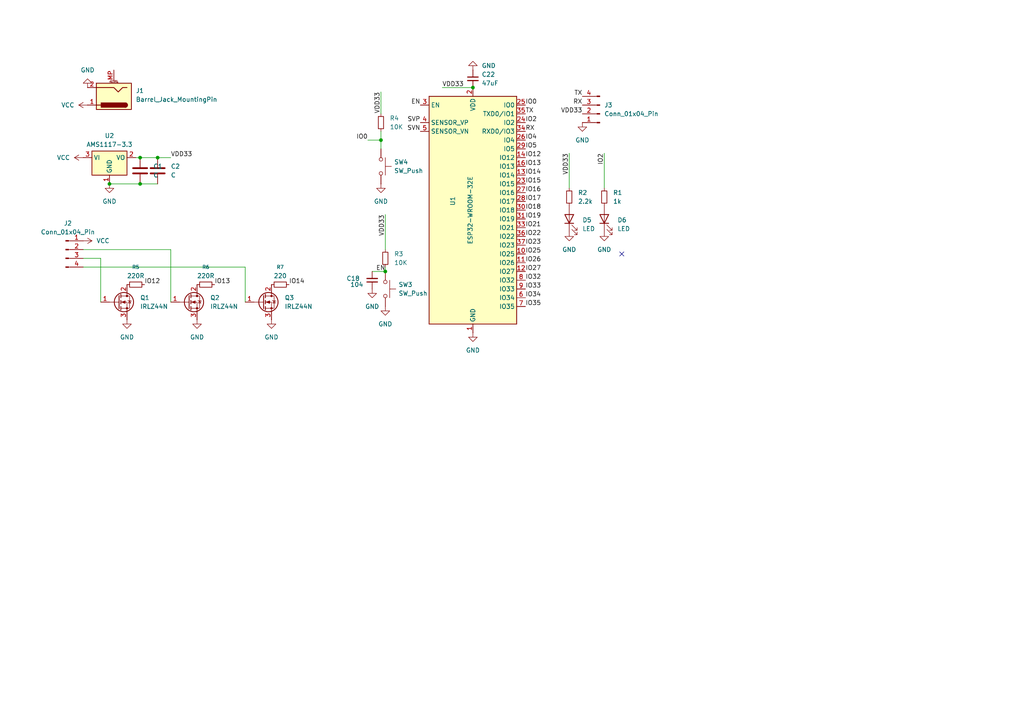
<source format=kicad_sch>
(kicad_sch
	(version 20250114)
	(generator "eeschema")
	(generator_version "9.0")
	(uuid "f27bdfed-6f3c-4282-926a-e9f93d763111")
	(paper "A4")
	(lib_symbols
		(symbol "Connector:Barrel_Jack_MountingPin"
			(pin_names
				(hide yes)
			)
			(exclude_from_sim no)
			(in_bom yes)
			(on_board yes)
			(property "Reference" "J"
				(at 0 5.334 0)
				(effects
					(font
						(size 1.27 1.27)
					)
				)
			)
			(property "Value" "Barrel_Jack_MountingPin"
				(at 1.27 -6.35 0)
				(effects
					(font
						(size 1.27 1.27)
					)
					(justify left)
				)
			)
			(property "Footprint" ""
				(at 1.27 -1.016 0)
				(effects
					(font
						(size 1.27 1.27)
					)
					(hide yes)
				)
			)
			(property "Datasheet" "~"
				(at 1.27 -1.016 0)
				(effects
					(font
						(size 1.27 1.27)
					)
					(hide yes)
				)
			)
			(property "Description" "DC Barrel Jack with a mounting pin"
				(at 0 0 0)
				(effects
					(font
						(size 1.27 1.27)
					)
					(hide yes)
				)
			)
			(property "ki_keywords" "DC power barrel jack connector"
				(at 0 0 0)
				(effects
					(font
						(size 1.27 1.27)
					)
					(hide yes)
				)
			)
			(property "ki_fp_filters" "BarrelJack*"
				(at 0 0 0)
				(effects
					(font
						(size 1.27 1.27)
					)
					(hide yes)
				)
			)
			(symbol "Barrel_Jack_MountingPin_0_1"
				(rectangle
					(start -5.08 3.81)
					(end 5.08 -3.81)
					(stroke
						(width 0.254)
						(type default)
					)
					(fill
						(type background)
					)
				)
				(polyline
					(pts
						(xy -3.81 -2.54) (xy -2.54 -2.54) (xy -1.27 -1.27) (xy 0 -2.54) (xy 2.54 -2.54) (xy 5.08 -2.54)
					)
					(stroke
						(width 0.254)
						(type default)
					)
					(fill
						(type none)
					)
				)
				(arc
					(start -3.302 1.905)
					(mid -3.9343 2.54)
					(end -3.302 3.175)
					(stroke
						(width 0.254)
						(type default)
					)
					(fill
						(type none)
					)
				)
				(arc
					(start -3.302 1.905)
					(mid -3.9343 2.54)
					(end -3.302 3.175)
					(stroke
						(width 0.254)
						(type default)
					)
					(fill
						(type outline)
					)
				)
				(rectangle
					(start 3.683 3.175)
					(end -3.302 1.905)
					(stroke
						(width 0.254)
						(type default)
					)
					(fill
						(type outline)
					)
				)
				(polyline
					(pts
						(xy 5.08 2.54) (xy 3.81 2.54)
					)
					(stroke
						(width 0.254)
						(type default)
					)
					(fill
						(type none)
					)
				)
			)
			(symbol "Barrel_Jack_MountingPin_1_1"
				(polyline
					(pts
						(xy -1.016 -4.572) (xy 1.016 -4.572)
					)
					(stroke
						(width 0.1524)
						(type default)
					)
					(fill
						(type none)
					)
				)
				(text "Mounting"
					(at 0 -4.191 0)
					(effects
						(font
							(size 0.381 0.381)
						)
					)
				)
				(pin passive line
					(at 0 -7.62 90)
					(length 3.048)
					(name "MountPin"
						(effects
							(font
								(size 1.27 1.27)
							)
						)
					)
					(number "MP"
						(effects
							(font
								(size 1.27 1.27)
							)
						)
					)
				)
				(pin passive line
					(at 7.62 2.54 180)
					(length 2.54)
					(name "~"
						(effects
							(font
								(size 1.27 1.27)
							)
						)
					)
					(number "1"
						(effects
							(font
								(size 1.27 1.27)
							)
						)
					)
				)
				(pin passive line
					(at 7.62 -2.54 180)
					(length 2.54)
					(name "~"
						(effects
							(font
								(size 1.27 1.27)
							)
						)
					)
					(number "2"
						(effects
							(font
								(size 1.27 1.27)
							)
						)
					)
				)
			)
			(embedded_fonts no)
		)
		(symbol "Connector:Conn_01x04_Pin"
			(pin_names
				(offset 1.016)
				(hide yes)
			)
			(exclude_from_sim no)
			(in_bom yes)
			(on_board yes)
			(property "Reference" "J"
				(at 0 5.08 0)
				(effects
					(font
						(size 1.27 1.27)
					)
				)
			)
			(property "Value" "Conn_01x04_Pin"
				(at 0 -7.62 0)
				(effects
					(font
						(size 1.27 1.27)
					)
				)
			)
			(property "Footprint" ""
				(at 0 0 0)
				(effects
					(font
						(size 1.27 1.27)
					)
					(hide yes)
				)
			)
			(property "Datasheet" "~"
				(at 0 0 0)
				(effects
					(font
						(size 1.27 1.27)
					)
					(hide yes)
				)
			)
			(property "Description" "Generic connector, single row, 01x04, script generated"
				(at 0 0 0)
				(effects
					(font
						(size 1.27 1.27)
					)
					(hide yes)
				)
			)
			(property "ki_locked" ""
				(at 0 0 0)
				(effects
					(font
						(size 1.27 1.27)
					)
				)
			)
			(property "ki_keywords" "connector"
				(at 0 0 0)
				(effects
					(font
						(size 1.27 1.27)
					)
					(hide yes)
				)
			)
			(property "ki_fp_filters" "Connector*:*_1x??_*"
				(at 0 0 0)
				(effects
					(font
						(size 1.27 1.27)
					)
					(hide yes)
				)
			)
			(symbol "Conn_01x04_Pin_1_1"
				(rectangle
					(start 0.8636 2.667)
					(end 0 2.413)
					(stroke
						(width 0.1524)
						(type default)
					)
					(fill
						(type outline)
					)
				)
				(rectangle
					(start 0.8636 0.127)
					(end 0 -0.127)
					(stroke
						(width 0.1524)
						(type default)
					)
					(fill
						(type outline)
					)
				)
				(rectangle
					(start 0.8636 -2.413)
					(end 0 -2.667)
					(stroke
						(width 0.1524)
						(type default)
					)
					(fill
						(type outline)
					)
				)
				(rectangle
					(start 0.8636 -4.953)
					(end 0 -5.207)
					(stroke
						(width 0.1524)
						(type default)
					)
					(fill
						(type outline)
					)
				)
				(polyline
					(pts
						(xy 1.27 2.54) (xy 0.8636 2.54)
					)
					(stroke
						(width 0.1524)
						(type default)
					)
					(fill
						(type none)
					)
				)
				(polyline
					(pts
						(xy 1.27 0) (xy 0.8636 0)
					)
					(stroke
						(width 0.1524)
						(type default)
					)
					(fill
						(type none)
					)
				)
				(polyline
					(pts
						(xy 1.27 -2.54) (xy 0.8636 -2.54)
					)
					(stroke
						(width 0.1524)
						(type default)
					)
					(fill
						(type none)
					)
				)
				(polyline
					(pts
						(xy 1.27 -5.08) (xy 0.8636 -5.08)
					)
					(stroke
						(width 0.1524)
						(type default)
					)
					(fill
						(type none)
					)
				)
				(pin passive line
					(at 5.08 2.54 180)
					(length 3.81)
					(name "Pin_1"
						(effects
							(font
								(size 1.27 1.27)
							)
						)
					)
					(number "1"
						(effects
							(font
								(size 1.27 1.27)
							)
						)
					)
				)
				(pin passive line
					(at 5.08 0 180)
					(length 3.81)
					(name "Pin_2"
						(effects
							(font
								(size 1.27 1.27)
							)
						)
					)
					(number "2"
						(effects
							(font
								(size 1.27 1.27)
							)
						)
					)
				)
				(pin passive line
					(at 5.08 -2.54 180)
					(length 3.81)
					(name "Pin_3"
						(effects
							(font
								(size 1.27 1.27)
							)
						)
					)
					(number "3"
						(effects
							(font
								(size 1.27 1.27)
							)
						)
					)
				)
				(pin passive line
					(at 5.08 -5.08 180)
					(length 3.81)
					(name "Pin_4"
						(effects
							(font
								(size 1.27 1.27)
							)
						)
					)
					(number "4"
						(effects
							(font
								(size 1.27 1.27)
							)
						)
					)
				)
			)
			(embedded_fonts no)
		)
		(symbol "Device:C"
			(pin_numbers
				(hide yes)
			)
			(pin_names
				(offset 0.254)
			)
			(exclude_from_sim no)
			(in_bom yes)
			(on_board yes)
			(property "Reference" "C"
				(at 0.635 2.54 0)
				(effects
					(font
						(size 1.27 1.27)
					)
					(justify left)
				)
			)
			(property "Value" "C"
				(at 0.635 -2.54 0)
				(effects
					(font
						(size 1.27 1.27)
					)
					(justify left)
				)
			)
			(property "Footprint" ""
				(at 0.9652 -3.81 0)
				(effects
					(font
						(size 1.27 1.27)
					)
					(hide yes)
				)
			)
			(property "Datasheet" "~"
				(at 0 0 0)
				(effects
					(font
						(size 1.27 1.27)
					)
					(hide yes)
				)
			)
			(property "Description" "Unpolarized capacitor"
				(at 0 0 0)
				(effects
					(font
						(size 1.27 1.27)
					)
					(hide yes)
				)
			)
			(property "ki_keywords" "cap capacitor"
				(at 0 0 0)
				(effects
					(font
						(size 1.27 1.27)
					)
					(hide yes)
				)
			)
			(property "ki_fp_filters" "C_*"
				(at 0 0 0)
				(effects
					(font
						(size 1.27 1.27)
					)
					(hide yes)
				)
			)
			(symbol "C_0_1"
				(polyline
					(pts
						(xy -2.032 0.762) (xy 2.032 0.762)
					)
					(stroke
						(width 0.508)
						(type default)
					)
					(fill
						(type none)
					)
				)
				(polyline
					(pts
						(xy -2.032 -0.762) (xy 2.032 -0.762)
					)
					(stroke
						(width 0.508)
						(type default)
					)
					(fill
						(type none)
					)
				)
			)
			(symbol "C_1_1"
				(pin passive line
					(at 0 3.81 270)
					(length 2.794)
					(name "~"
						(effects
							(font
								(size 1.27 1.27)
							)
						)
					)
					(number "1"
						(effects
							(font
								(size 1.27 1.27)
							)
						)
					)
				)
				(pin passive line
					(at 0 -3.81 90)
					(length 2.794)
					(name "~"
						(effects
							(font
								(size 1.27 1.27)
							)
						)
					)
					(number "2"
						(effects
							(font
								(size 1.27 1.27)
							)
						)
					)
				)
			)
			(embedded_fonts no)
		)
		(symbol "Device:C_Small"
			(pin_numbers
				(hide yes)
			)
			(pin_names
				(offset 0.254)
				(hide yes)
			)
			(exclude_from_sim no)
			(in_bom yes)
			(on_board yes)
			(property "Reference" "C"
				(at 0.254 1.778 0)
				(effects
					(font
						(size 1.27 1.27)
					)
					(justify left)
				)
			)
			(property "Value" "C_Small"
				(at 0.254 -2.032 0)
				(effects
					(font
						(size 1.27 1.27)
					)
					(justify left)
				)
			)
			(property "Footprint" ""
				(at 0 0 0)
				(effects
					(font
						(size 1.27 1.27)
					)
					(hide yes)
				)
			)
			(property "Datasheet" "~"
				(at 0 0 0)
				(effects
					(font
						(size 1.27 1.27)
					)
					(hide yes)
				)
			)
			(property "Description" "Unpolarized capacitor, small symbol"
				(at 0 0 0)
				(effects
					(font
						(size 1.27 1.27)
					)
					(hide yes)
				)
			)
			(property "ki_keywords" "capacitor cap"
				(at 0 0 0)
				(effects
					(font
						(size 1.27 1.27)
					)
					(hide yes)
				)
			)
			(property "ki_fp_filters" "C_*"
				(at 0 0 0)
				(effects
					(font
						(size 1.27 1.27)
					)
					(hide yes)
				)
			)
			(symbol "C_Small_0_1"
				(polyline
					(pts
						(xy -1.524 0.508) (xy 1.524 0.508)
					)
					(stroke
						(width 0.3048)
						(type default)
					)
					(fill
						(type none)
					)
				)
				(polyline
					(pts
						(xy -1.524 -0.508) (xy 1.524 -0.508)
					)
					(stroke
						(width 0.3302)
						(type default)
					)
					(fill
						(type none)
					)
				)
			)
			(symbol "C_Small_1_1"
				(pin passive line
					(at 0 2.54 270)
					(length 2.032)
					(name "~"
						(effects
							(font
								(size 1.27 1.27)
							)
						)
					)
					(number "1"
						(effects
							(font
								(size 1.27 1.27)
							)
						)
					)
				)
				(pin passive line
					(at 0 -2.54 90)
					(length 2.032)
					(name "~"
						(effects
							(font
								(size 1.27 1.27)
							)
						)
					)
					(number "2"
						(effects
							(font
								(size 1.27 1.27)
							)
						)
					)
				)
			)
			(embedded_fonts no)
		)
		(symbol "Device:LED"
			(pin_numbers
				(hide yes)
			)
			(pin_names
				(offset 1.016)
				(hide yes)
			)
			(exclude_from_sim no)
			(in_bom yes)
			(on_board yes)
			(property "Reference" "D"
				(at 0 2.54 0)
				(effects
					(font
						(size 1.27 1.27)
					)
				)
			)
			(property "Value" "LED"
				(at 0 -2.54 0)
				(effects
					(font
						(size 1.27 1.27)
					)
				)
			)
			(property "Footprint" ""
				(at 0 0 0)
				(effects
					(font
						(size 1.27 1.27)
					)
					(hide yes)
				)
			)
			(property "Datasheet" "~"
				(at 0 0 0)
				(effects
					(font
						(size 1.27 1.27)
					)
					(hide yes)
				)
			)
			(property "Description" "Light emitting diode"
				(at 0 0 0)
				(effects
					(font
						(size 1.27 1.27)
					)
					(hide yes)
				)
			)
			(property "Sim.Pins" "1=K 2=A"
				(at 0 0 0)
				(effects
					(font
						(size 1.27 1.27)
					)
					(hide yes)
				)
			)
			(property "ki_keywords" "LED diode"
				(at 0 0 0)
				(effects
					(font
						(size 1.27 1.27)
					)
					(hide yes)
				)
			)
			(property "ki_fp_filters" "LED* LED_SMD:* LED_THT:*"
				(at 0 0 0)
				(effects
					(font
						(size 1.27 1.27)
					)
					(hide yes)
				)
			)
			(symbol "LED_0_1"
				(polyline
					(pts
						(xy -3.048 -0.762) (xy -4.572 -2.286) (xy -3.81 -2.286) (xy -4.572 -2.286) (xy -4.572 -1.524)
					)
					(stroke
						(width 0)
						(type default)
					)
					(fill
						(type none)
					)
				)
				(polyline
					(pts
						(xy -1.778 -0.762) (xy -3.302 -2.286) (xy -2.54 -2.286) (xy -3.302 -2.286) (xy -3.302 -1.524)
					)
					(stroke
						(width 0)
						(type default)
					)
					(fill
						(type none)
					)
				)
				(polyline
					(pts
						(xy -1.27 0) (xy 1.27 0)
					)
					(stroke
						(width 0)
						(type default)
					)
					(fill
						(type none)
					)
				)
				(polyline
					(pts
						(xy -1.27 -1.27) (xy -1.27 1.27)
					)
					(stroke
						(width 0.254)
						(type default)
					)
					(fill
						(type none)
					)
				)
				(polyline
					(pts
						(xy 1.27 -1.27) (xy 1.27 1.27) (xy -1.27 0) (xy 1.27 -1.27)
					)
					(stroke
						(width 0.254)
						(type default)
					)
					(fill
						(type none)
					)
				)
			)
			(symbol "LED_1_1"
				(pin passive line
					(at -3.81 0 0)
					(length 2.54)
					(name "K"
						(effects
							(font
								(size 1.27 1.27)
							)
						)
					)
					(number "1"
						(effects
							(font
								(size 1.27 1.27)
							)
						)
					)
				)
				(pin passive line
					(at 3.81 0 180)
					(length 2.54)
					(name "A"
						(effects
							(font
								(size 1.27 1.27)
							)
						)
					)
					(number "2"
						(effects
							(font
								(size 1.27 1.27)
							)
						)
					)
				)
			)
			(embedded_fonts no)
		)
		(symbol "Device:R_Small"
			(pin_numbers
				(hide yes)
			)
			(pin_names
				(offset 0.254)
				(hide yes)
			)
			(exclude_from_sim no)
			(in_bom yes)
			(on_board yes)
			(property "Reference" "R"
				(at 0.762 0.508 0)
				(effects
					(font
						(size 1.27 1.27)
					)
					(justify left)
				)
			)
			(property "Value" "R_Small"
				(at 0.762 -1.016 0)
				(effects
					(font
						(size 1.27 1.27)
					)
					(justify left)
				)
			)
			(property "Footprint" ""
				(at 0 0 0)
				(effects
					(font
						(size 1.27 1.27)
					)
					(hide yes)
				)
			)
			(property "Datasheet" "~"
				(at 0 0 0)
				(effects
					(font
						(size 1.27 1.27)
					)
					(hide yes)
				)
			)
			(property "Description" "Resistor, small symbol"
				(at 0 0 0)
				(effects
					(font
						(size 1.27 1.27)
					)
					(hide yes)
				)
			)
			(property "ki_keywords" "R resistor"
				(at 0 0 0)
				(effects
					(font
						(size 1.27 1.27)
					)
					(hide yes)
				)
			)
			(property "ki_fp_filters" "R_*"
				(at 0 0 0)
				(effects
					(font
						(size 1.27 1.27)
					)
					(hide yes)
				)
			)
			(symbol "R_Small_0_1"
				(rectangle
					(start -0.762 1.778)
					(end 0.762 -1.778)
					(stroke
						(width 0.2032)
						(type default)
					)
					(fill
						(type none)
					)
				)
			)
			(symbol "R_Small_1_1"
				(pin passive line
					(at 0 2.54 270)
					(length 0.762)
					(name "~"
						(effects
							(font
								(size 1.27 1.27)
							)
						)
					)
					(number "1"
						(effects
							(font
								(size 1.27 1.27)
							)
						)
					)
				)
				(pin passive line
					(at 0 -2.54 90)
					(length 0.762)
					(name "~"
						(effects
							(font
								(size 1.27 1.27)
							)
						)
					)
					(number "2"
						(effects
							(font
								(size 1.27 1.27)
							)
						)
					)
				)
			)
			(embedded_fonts no)
		)
		(symbol "RF_Module:ESP32-WROOM-32E"
			(exclude_from_sim no)
			(in_bom yes)
			(on_board yes)
			(property "Reference" "U"
				(at -12.7 34.29 0)
				(effects
					(font
						(size 1.27 1.27)
					)
					(justify left)
				)
			)
			(property "Value" "ESP32-WROOM-32E"
				(at 1.27 34.29 0)
				(effects
					(font
						(size 1.27 1.27)
					)
					(justify left)
				)
			)
			(property "Footprint" "RF_Module:ESP32-WROOM-32D"
				(at 16.51 -34.29 0)
				(effects
					(font
						(size 1.27 1.27)
					)
					(hide yes)
				)
			)
			(property "Datasheet" "https://www.espressif.com/sites/default/files/documentation/esp32-wroom-32e_esp32-wroom-32ue_datasheet_en.pdf"
				(at 0 0 0)
				(effects
					(font
						(size 1.27 1.27)
					)
					(hide yes)
				)
			)
			(property "Description" "RF Module, ESP32-D0WD-V3 SoC, without PSRAM, Wi-Fi 802.11b/g/n, Bluetooth, BLE, 32-bit, 2.7-3.6V, onboard antenna, SMD"
				(at 0 0 0)
				(effects
					(font
						(size 1.27 1.27)
					)
					(hide yes)
				)
			)
			(property "ki_keywords" "RF Radio BT ESP ESP32 Espressif onboard PCB antenna"
				(at 0 0 0)
				(effects
					(font
						(size 1.27 1.27)
					)
					(hide yes)
				)
			)
			(property "ki_fp_filters" "ESP32?WROOM?32D*"
				(at 0 0 0)
				(effects
					(font
						(size 1.27 1.27)
					)
					(hide yes)
				)
			)
			(symbol "ESP32-WROOM-32E_0_1"
				(rectangle
					(start -12.7 33.02)
					(end 12.7 -33.02)
					(stroke
						(width 0.254)
						(type default)
					)
					(fill
						(type background)
					)
				)
			)
			(symbol "ESP32-WROOM-32E_1_1"
				(pin input line
					(at -15.24 30.48 0)
					(length 2.54)
					(name "EN"
						(effects
							(font
								(size 1.27 1.27)
							)
						)
					)
					(number "3"
						(effects
							(font
								(size 1.27 1.27)
							)
						)
					)
				)
				(pin input line
					(at -15.24 25.4 0)
					(length 2.54)
					(name "SENSOR_VP"
						(effects
							(font
								(size 1.27 1.27)
							)
						)
					)
					(number "4"
						(effects
							(font
								(size 1.27 1.27)
							)
						)
					)
				)
				(pin input line
					(at -15.24 22.86 0)
					(length 2.54)
					(name "SENSOR_VN"
						(effects
							(font
								(size 1.27 1.27)
							)
						)
					)
					(number "5"
						(effects
							(font
								(size 1.27 1.27)
							)
						)
					)
				)
				(pin no_connect line
					(at -12.7 0 0)
					(length 2.54)
					(hide yes)
					(name "NC"
						(effects
							(font
								(size 1.27 1.27)
							)
						)
					)
					(number "21"
						(effects
							(font
								(size 1.27 1.27)
							)
						)
					)
				)
				(pin no_connect line
					(at -12.7 -2.54 0)
					(length 2.54)
					(hide yes)
					(name "NC"
						(effects
							(font
								(size 1.27 1.27)
							)
						)
					)
					(number "22"
						(effects
							(font
								(size 1.27 1.27)
							)
						)
					)
				)
				(pin no_connect line
					(at -12.7 -5.08 0)
					(length 2.54)
					(hide yes)
					(name "NC"
						(effects
							(font
								(size 1.27 1.27)
							)
						)
					)
					(number "17"
						(effects
							(font
								(size 1.27 1.27)
							)
						)
					)
				)
				(pin no_connect line
					(at -12.7 -7.62 0)
					(length 2.54)
					(hide yes)
					(name "NC"
						(effects
							(font
								(size 1.27 1.27)
							)
						)
					)
					(number "18"
						(effects
							(font
								(size 1.27 1.27)
							)
						)
					)
				)
				(pin no_connect line
					(at -12.7 -10.16 0)
					(length 2.54)
					(hide yes)
					(name "NC"
						(effects
							(font
								(size 1.27 1.27)
							)
						)
					)
					(number "20"
						(effects
							(font
								(size 1.27 1.27)
							)
						)
					)
				)
				(pin no_connect line
					(at -12.7 -12.7 0)
					(length 2.54)
					(hide yes)
					(name "NC"
						(effects
							(font
								(size 1.27 1.27)
							)
						)
					)
					(number "19"
						(effects
							(font
								(size 1.27 1.27)
							)
						)
					)
				)
				(pin no_connect line
					(at -12.7 -27.94 0)
					(length 2.54)
					(hide yes)
					(name "NC"
						(effects
							(font
								(size 1.27 1.27)
							)
						)
					)
					(number "32"
						(effects
							(font
								(size 1.27 1.27)
							)
						)
					)
				)
				(pin power_in line
					(at 0 35.56 270)
					(length 2.54)
					(name "VDD"
						(effects
							(font
								(size 1.27 1.27)
							)
						)
					)
					(number "2"
						(effects
							(font
								(size 1.27 1.27)
							)
						)
					)
				)
				(pin power_in line
					(at 0 -35.56 90)
					(length 2.54)
					(name "GND"
						(effects
							(font
								(size 1.27 1.27)
							)
						)
					)
					(number "1"
						(effects
							(font
								(size 1.27 1.27)
							)
						)
					)
				)
				(pin passive line
					(at 0 -35.56 90)
					(length 2.54)
					(hide yes)
					(name "GND"
						(effects
							(font
								(size 1.27 1.27)
							)
						)
					)
					(number "15"
						(effects
							(font
								(size 1.27 1.27)
							)
						)
					)
				)
				(pin passive line
					(at 0 -35.56 90)
					(length 2.54)
					(hide yes)
					(name "GND"
						(effects
							(font
								(size 1.27 1.27)
							)
						)
					)
					(number "38"
						(effects
							(font
								(size 1.27 1.27)
							)
						)
					)
				)
				(pin passive line
					(at 0 -35.56 90)
					(length 2.54)
					(hide yes)
					(name "GND"
						(effects
							(font
								(size 1.27 1.27)
							)
						)
					)
					(number "39"
						(effects
							(font
								(size 1.27 1.27)
							)
						)
					)
				)
				(pin bidirectional line
					(at 15.24 30.48 180)
					(length 2.54)
					(name "IO0"
						(effects
							(font
								(size 1.27 1.27)
							)
						)
					)
					(number "25"
						(effects
							(font
								(size 1.27 1.27)
							)
						)
					)
				)
				(pin bidirectional line
					(at 15.24 27.94 180)
					(length 2.54)
					(name "TXD0/IO1"
						(effects
							(font
								(size 1.27 1.27)
							)
						)
					)
					(number "35"
						(effects
							(font
								(size 1.27 1.27)
							)
						)
					)
				)
				(pin bidirectional line
					(at 15.24 25.4 180)
					(length 2.54)
					(name "IO2"
						(effects
							(font
								(size 1.27 1.27)
							)
						)
					)
					(number "24"
						(effects
							(font
								(size 1.27 1.27)
							)
						)
					)
				)
				(pin bidirectional line
					(at 15.24 22.86 180)
					(length 2.54)
					(name "RXD0/IO3"
						(effects
							(font
								(size 1.27 1.27)
							)
						)
					)
					(number "34"
						(effects
							(font
								(size 1.27 1.27)
							)
						)
					)
				)
				(pin bidirectional line
					(at 15.24 20.32 180)
					(length 2.54)
					(name "IO4"
						(effects
							(font
								(size 1.27 1.27)
							)
						)
					)
					(number "26"
						(effects
							(font
								(size 1.27 1.27)
							)
						)
					)
				)
				(pin bidirectional line
					(at 15.24 17.78 180)
					(length 2.54)
					(name "IO5"
						(effects
							(font
								(size 1.27 1.27)
							)
						)
					)
					(number "29"
						(effects
							(font
								(size 1.27 1.27)
							)
						)
					)
				)
				(pin bidirectional line
					(at 15.24 15.24 180)
					(length 2.54)
					(name "IO12"
						(effects
							(font
								(size 1.27 1.27)
							)
						)
					)
					(number "14"
						(effects
							(font
								(size 1.27 1.27)
							)
						)
					)
				)
				(pin bidirectional line
					(at 15.24 12.7 180)
					(length 2.54)
					(name "IO13"
						(effects
							(font
								(size 1.27 1.27)
							)
						)
					)
					(number "16"
						(effects
							(font
								(size 1.27 1.27)
							)
						)
					)
				)
				(pin bidirectional line
					(at 15.24 10.16 180)
					(length 2.54)
					(name "IO14"
						(effects
							(font
								(size 1.27 1.27)
							)
						)
					)
					(number "13"
						(effects
							(font
								(size 1.27 1.27)
							)
						)
					)
				)
				(pin bidirectional line
					(at 15.24 7.62 180)
					(length 2.54)
					(name "IO15"
						(effects
							(font
								(size 1.27 1.27)
							)
						)
					)
					(number "23"
						(effects
							(font
								(size 1.27 1.27)
							)
						)
					)
				)
				(pin bidirectional line
					(at 15.24 5.08 180)
					(length 2.54)
					(name "IO16"
						(effects
							(font
								(size 1.27 1.27)
							)
						)
					)
					(number "27"
						(effects
							(font
								(size 1.27 1.27)
							)
						)
					)
				)
				(pin bidirectional line
					(at 15.24 2.54 180)
					(length 2.54)
					(name "IO17"
						(effects
							(font
								(size 1.27 1.27)
							)
						)
					)
					(number "28"
						(effects
							(font
								(size 1.27 1.27)
							)
						)
					)
				)
				(pin bidirectional line
					(at 15.24 0 180)
					(length 2.54)
					(name "IO18"
						(effects
							(font
								(size 1.27 1.27)
							)
						)
					)
					(number "30"
						(effects
							(font
								(size 1.27 1.27)
							)
						)
					)
				)
				(pin bidirectional line
					(at 15.24 -2.54 180)
					(length 2.54)
					(name "IO19"
						(effects
							(font
								(size 1.27 1.27)
							)
						)
					)
					(number "31"
						(effects
							(font
								(size 1.27 1.27)
							)
						)
					)
				)
				(pin bidirectional line
					(at 15.24 -5.08 180)
					(length 2.54)
					(name "IO21"
						(effects
							(font
								(size 1.27 1.27)
							)
						)
					)
					(number "33"
						(effects
							(font
								(size 1.27 1.27)
							)
						)
					)
				)
				(pin bidirectional line
					(at 15.24 -7.62 180)
					(length 2.54)
					(name "IO22"
						(effects
							(font
								(size 1.27 1.27)
							)
						)
					)
					(number "36"
						(effects
							(font
								(size 1.27 1.27)
							)
						)
					)
				)
				(pin bidirectional line
					(at 15.24 -10.16 180)
					(length 2.54)
					(name "IO23"
						(effects
							(font
								(size 1.27 1.27)
							)
						)
					)
					(number "37"
						(effects
							(font
								(size 1.27 1.27)
							)
						)
					)
				)
				(pin bidirectional line
					(at 15.24 -12.7 180)
					(length 2.54)
					(name "IO25"
						(effects
							(font
								(size 1.27 1.27)
							)
						)
					)
					(number "10"
						(effects
							(font
								(size 1.27 1.27)
							)
						)
					)
				)
				(pin bidirectional line
					(at 15.24 -15.24 180)
					(length 2.54)
					(name "IO26"
						(effects
							(font
								(size 1.27 1.27)
							)
						)
					)
					(number "11"
						(effects
							(font
								(size 1.27 1.27)
							)
						)
					)
				)
				(pin bidirectional line
					(at 15.24 -17.78 180)
					(length 2.54)
					(name "IO27"
						(effects
							(font
								(size 1.27 1.27)
							)
						)
					)
					(number "12"
						(effects
							(font
								(size 1.27 1.27)
							)
						)
					)
				)
				(pin bidirectional line
					(at 15.24 -20.32 180)
					(length 2.54)
					(name "IO32"
						(effects
							(font
								(size 1.27 1.27)
							)
						)
					)
					(number "8"
						(effects
							(font
								(size 1.27 1.27)
							)
						)
					)
				)
				(pin bidirectional line
					(at 15.24 -22.86 180)
					(length 2.54)
					(name "IO33"
						(effects
							(font
								(size 1.27 1.27)
							)
						)
					)
					(number "9"
						(effects
							(font
								(size 1.27 1.27)
							)
						)
					)
				)
				(pin input line
					(at 15.24 -25.4 180)
					(length 2.54)
					(name "IO34"
						(effects
							(font
								(size 1.27 1.27)
							)
						)
					)
					(number "6"
						(effects
							(font
								(size 1.27 1.27)
							)
						)
					)
				)
				(pin input line
					(at 15.24 -27.94 180)
					(length 2.54)
					(name "IO35"
						(effects
							(font
								(size 1.27 1.27)
							)
						)
					)
					(number "7"
						(effects
							(font
								(size 1.27 1.27)
							)
						)
					)
				)
			)
			(embedded_fonts no)
		)
		(symbol "R_Small_1"
			(pin_numbers
				(hide yes)
			)
			(pin_names
				(offset 0.254)
				(hide yes)
			)
			(exclude_from_sim no)
			(in_bom yes)
			(on_board yes)
			(property "Reference" "R"
				(at 0 0 90)
				(effects
					(font
						(size 1.016 1.016)
					)
				)
			)
			(property "Value" "R_Small"
				(at 1.778 0 90)
				(effects
					(font
						(size 1.27 1.27)
					)
				)
			)
			(property "Footprint" ""
				(at 0 0 0)
				(effects
					(font
						(size 1.27 1.27)
					)
					(hide yes)
				)
			)
			(property "Datasheet" "~"
				(at 0 0 0)
				(effects
					(font
						(size 1.27 1.27)
					)
					(hide yes)
				)
			)
			(property "Description" "Resistor, small symbol"
				(at 0 0 0)
				(effects
					(font
						(size 1.27 1.27)
					)
					(hide yes)
				)
			)
			(property "ki_keywords" "R resistor"
				(at 0 0 0)
				(effects
					(font
						(size 1.27 1.27)
					)
					(hide yes)
				)
			)
			(property "ki_fp_filters" "R_*"
				(at 0 0 0)
				(effects
					(font
						(size 1.27 1.27)
					)
					(hide yes)
				)
			)
			(symbol "R_Small_1_0_1"
				(rectangle
					(start -0.762 1.778)
					(end 0.762 -1.778)
					(stroke
						(width 0.2032)
						(type default)
					)
					(fill
						(type none)
					)
				)
			)
			(symbol "R_Small_1_1_1"
				(pin passive line
					(at 0 2.54 270)
					(length 0.762)
					(name "~"
						(effects
							(font
								(size 1.27 1.27)
							)
						)
					)
					(number "1"
						(effects
							(font
								(size 1.27 1.27)
							)
						)
					)
				)
				(pin passive line
					(at 0 -2.54 90)
					(length 0.762)
					(name "~"
						(effects
							(font
								(size 1.27 1.27)
							)
						)
					)
					(number "2"
						(effects
							(font
								(size 1.27 1.27)
							)
						)
					)
				)
			)
			(embedded_fonts no)
		)
		(symbol "Regulator_Linear:AMS1117-3.3"
			(exclude_from_sim no)
			(in_bom yes)
			(on_board yes)
			(property "Reference" "U"
				(at -3.81 3.175 0)
				(effects
					(font
						(size 1.27 1.27)
					)
				)
			)
			(property "Value" "AMS1117-3.3"
				(at 0 3.175 0)
				(effects
					(font
						(size 1.27 1.27)
					)
					(justify left)
				)
			)
			(property "Footprint" "Package_TO_SOT_SMD:SOT-223-3_TabPin2"
				(at 0 5.08 0)
				(effects
					(font
						(size 1.27 1.27)
					)
					(hide yes)
				)
			)
			(property "Datasheet" "http://www.advanced-monolithic.com/pdf/ds1117.pdf"
				(at 2.54 -6.35 0)
				(effects
					(font
						(size 1.27 1.27)
					)
					(hide yes)
				)
			)
			(property "Description" "1A Low Dropout regulator, positive, 3.3V fixed output, SOT-223"
				(at 0 0 0)
				(effects
					(font
						(size 1.27 1.27)
					)
					(hide yes)
				)
			)
			(property "ki_keywords" "linear regulator ldo fixed positive"
				(at 0 0 0)
				(effects
					(font
						(size 1.27 1.27)
					)
					(hide yes)
				)
			)
			(property "ki_fp_filters" "SOT?223*TabPin2*"
				(at 0 0 0)
				(effects
					(font
						(size 1.27 1.27)
					)
					(hide yes)
				)
			)
			(symbol "AMS1117-3.3_0_1"
				(rectangle
					(start -5.08 -5.08)
					(end 5.08 1.905)
					(stroke
						(width 0.254)
						(type default)
					)
					(fill
						(type background)
					)
				)
			)
			(symbol "AMS1117-3.3_1_1"
				(pin power_in line
					(at -7.62 0 0)
					(length 2.54)
					(name "VI"
						(effects
							(font
								(size 1.27 1.27)
							)
						)
					)
					(number "3"
						(effects
							(font
								(size 1.27 1.27)
							)
						)
					)
				)
				(pin power_in line
					(at 0 -7.62 90)
					(length 2.54)
					(name "GND"
						(effects
							(font
								(size 1.27 1.27)
							)
						)
					)
					(number "1"
						(effects
							(font
								(size 1.27 1.27)
							)
						)
					)
				)
				(pin power_out line
					(at 7.62 0 180)
					(length 2.54)
					(name "VO"
						(effects
							(font
								(size 1.27 1.27)
							)
						)
					)
					(number "2"
						(effects
							(font
								(size 1.27 1.27)
							)
						)
					)
				)
			)
			(embedded_fonts no)
		)
		(symbol "Switch:SW_Push"
			(pin_numbers
				(hide yes)
			)
			(pin_names
				(offset 1.016)
				(hide yes)
			)
			(exclude_from_sim no)
			(in_bom yes)
			(on_board yes)
			(property "Reference" "SW"
				(at 1.27 2.54 0)
				(effects
					(font
						(size 1.27 1.27)
					)
					(justify left)
				)
			)
			(property "Value" "SW_Push"
				(at 0 -1.524 0)
				(effects
					(font
						(size 1.27 1.27)
					)
				)
			)
			(property "Footprint" ""
				(at 0 5.08 0)
				(effects
					(font
						(size 1.27 1.27)
					)
					(hide yes)
				)
			)
			(property "Datasheet" "~"
				(at 0 5.08 0)
				(effects
					(font
						(size 1.27 1.27)
					)
					(hide yes)
				)
			)
			(property "Description" "Push button switch, generic, two pins"
				(at 0 0 0)
				(effects
					(font
						(size 1.27 1.27)
					)
					(hide yes)
				)
			)
			(property "ki_keywords" "switch normally-open pushbutton push-button"
				(at 0 0 0)
				(effects
					(font
						(size 1.27 1.27)
					)
					(hide yes)
				)
			)
			(symbol "SW_Push_0_1"
				(circle
					(center -2.032 0)
					(radius 0.508)
					(stroke
						(width 0)
						(type default)
					)
					(fill
						(type none)
					)
				)
				(polyline
					(pts
						(xy 0 1.27) (xy 0 3.048)
					)
					(stroke
						(width 0)
						(type default)
					)
					(fill
						(type none)
					)
				)
				(circle
					(center 2.032 0)
					(radius 0.508)
					(stroke
						(width 0)
						(type default)
					)
					(fill
						(type none)
					)
				)
				(polyline
					(pts
						(xy 2.54 1.27) (xy -2.54 1.27)
					)
					(stroke
						(width 0)
						(type default)
					)
					(fill
						(type none)
					)
				)
				(pin passive line
					(at -5.08 0 0)
					(length 2.54)
					(name "1"
						(effects
							(font
								(size 1.27 1.27)
							)
						)
					)
					(number "1"
						(effects
							(font
								(size 1.27 1.27)
							)
						)
					)
				)
				(pin passive line
					(at 5.08 0 180)
					(length 2.54)
					(name "2"
						(effects
							(font
								(size 1.27 1.27)
							)
						)
					)
					(number "2"
						(effects
							(font
								(size 1.27 1.27)
							)
						)
					)
				)
			)
			(embedded_fonts no)
		)
		(symbol "Transistor_FET:IRLZ44N"
			(pin_names
				(hide yes)
			)
			(exclude_from_sim no)
			(in_bom yes)
			(on_board yes)
			(property "Reference" "Q"
				(at 5.08 1.905 0)
				(effects
					(font
						(size 1.27 1.27)
					)
					(justify left)
				)
			)
			(property "Value" "IRLZ44N"
				(at 5.08 0 0)
				(effects
					(font
						(size 1.27 1.27)
					)
					(justify left)
				)
			)
			(property "Footprint" "Package_TO_SOT_THT:TO-220-3_Vertical"
				(at 5.08 -1.905 0)
				(effects
					(font
						(size 1.27 1.27)
						(italic yes)
					)
					(justify left)
					(hide yes)
				)
			)
			(property "Datasheet" "http://www.irf.com/product-info/datasheets/data/irlz44n.pdf"
				(at 5.08 -3.81 0)
				(effects
					(font
						(size 1.27 1.27)
					)
					(justify left)
					(hide yes)
				)
			)
			(property "Description" "47A Id, 55V Vds, 22mOhm Rds Single N-Channel HEXFET Power MOSFET, TO-220AB"
				(at 0 0 0)
				(effects
					(font
						(size 1.27 1.27)
					)
					(hide yes)
				)
			)
			(property "ki_keywords" "N-Channel HEXFET MOSFET Logic-Level"
				(at 0 0 0)
				(effects
					(font
						(size 1.27 1.27)
					)
					(hide yes)
				)
			)
			(property "ki_fp_filters" "TO?220*"
				(at 0 0 0)
				(effects
					(font
						(size 1.27 1.27)
					)
					(hide yes)
				)
			)
			(symbol "IRLZ44N_0_1"
				(polyline
					(pts
						(xy 0.254 1.905) (xy 0.254 -1.905)
					)
					(stroke
						(width 0.254)
						(type default)
					)
					(fill
						(type none)
					)
				)
				(polyline
					(pts
						(xy 0.254 0) (xy -2.54 0)
					)
					(stroke
						(width 0)
						(type default)
					)
					(fill
						(type none)
					)
				)
				(polyline
					(pts
						(xy 0.762 2.286) (xy 0.762 1.27)
					)
					(stroke
						(width 0.254)
						(type default)
					)
					(fill
						(type none)
					)
				)
				(polyline
					(pts
						(xy 0.762 0.508) (xy 0.762 -0.508)
					)
					(stroke
						(width 0.254)
						(type default)
					)
					(fill
						(type none)
					)
				)
				(polyline
					(pts
						(xy 0.762 -1.27) (xy 0.762 -2.286)
					)
					(stroke
						(width 0.254)
						(type default)
					)
					(fill
						(type none)
					)
				)
				(polyline
					(pts
						(xy 0.762 -1.778) (xy 3.302 -1.778) (xy 3.302 1.778) (xy 0.762 1.778)
					)
					(stroke
						(width 0)
						(type default)
					)
					(fill
						(type none)
					)
				)
				(polyline
					(pts
						(xy 1.016 0) (xy 2.032 0.381) (xy 2.032 -0.381) (xy 1.016 0)
					)
					(stroke
						(width 0)
						(type default)
					)
					(fill
						(type outline)
					)
				)
				(circle
					(center 1.651 0)
					(radius 2.794)
					(stroke
						(width 0.254)
						(type default)
					)
					(fill
						(type none)
					)
				)
				(polyline
					(pts
						(xy 2.54 2.54) (xy 2.54 1.778)
					)
					(stroke
						(width 0)
						(type default)
					)
					(fill
						(type none)
					)
				)
				(circle
					(center 2.54 1.778)
					(radius 0.254)
					(stroke
						(width 0)
						(type default)
					)
					(fill
						(type outline)
					)
				)
				(circle
					(center 2.54 -1.778)
					(radius 0.254)
					(stroke
						(width 0)
						(type default)
					)
					(fill
						(type outline)
					)
				)
				(polyline
					(pts
						(xy 2.54 -2.54) (xy 2.54 0) (xy 0.762 0)
					)
					(stroke
						(width 0)
						(type default)
					)
					(fill
						(type none)
					)
				)
				(polyline
					(pts
						(xy 2.794 0.508) (xy 2.921 0.381) (xy 3.683 0.381) (xy 3.81 0.254)
					)
					(stroke
						(width 0)
						(type default)
					)
					(fill
						(type none)
					)
				)
				(polyline
					(pts
						(xy 3.302 0.381) (xy 2.921 -0.254) (xy 3.683 -0.254) (xy 3.302 0.381)
					)
					(stroke
						(width 0)
						(type default)
					)
					(fill
						(type none)
					)
				)
			)
			(symbol "IRLZ44N_1_1"
				(pin input line
					(at -5.08 0 0)
					(length 2.54)
					(name "G"
						(effects
							(font
								(size 1.27 1.27)
							)
						)
					)
					(number "1"
						(effects
							(font
								(size 1.27 1.27)
							)
						)
					)
				)
				(pin passive line
					(at 2.54 5.08 270)
					(length 2.54)
					(name "D"
						(effects
							(font
								(size 1.27 1.27)
							)
						)
					)
					(number "2"
						(effects
							(font
								(size 1.27 1.27)
							)
						)
					)
				)
				(pin passive line
					(at 2.54 -5.08 90)
					(length 2.54)
					(name "S"
						(effects
							(font
								(size 1.27 1.27)
							)
						)
					)
					(number "3"
						(effects
							(font
								(size 1.27 1.27)
							)
						)
					)
				)
			)
			(embedded_fonts no)
		)
		(symbol "power:GND"
			(power)
			(pin_numbers
				(hide yes)
			)
			(pin_names
				(offset 0)
				(hide yes)
			)
			(exclude_from_sim no)
			(in_bom yes)
			(on_board yes)
			(property "Reference" "#PWR"
				(at 0 -6.35 0)
				(effects
					(font
						(size 1.27 1.27)
					)
					(hide yes)
				)
			)
			(property "Value" "GND"
				(at 0 -3.81 0)
				(effects
					(font
						(size 1.27 1.27)
					)
				)
			)
			(property "Footprint" ""
				(at 0 0 0)
				(effects
					(font
						(size 1.27 1.27)
					)
					(hide yes)
				)
			)
			(property "Datasheet" ""
				(at 0 0 0)
				(effects
					(font
						(size 1.27 1.27)
					)
					(hide yes)
				)
			)
			(property "Description" "Power symbol creates a global label with name \"GND\" , ground"
				(at 0 0 0)
				(effects
					(font
						(size 1.27 1.27)
					)
					(hide yes)
				)
			)
			(property "ki_keywords" "global power"
				(at 0 0 0)
				(effects
					(font
						(size 1.27 1.27)
					)
					(hide yes)
				)
			)
			(symbol "GND_0_1"
				(polyline
					(pts
						(xy 0 0) (xy 0 -1.27) (xy 1.27 -1.27) (xy 0 -2.54) (xy -1.27 -1.27) (xy 0 -1.27)
					)
					(stroke
						(width 0)
						(type default)
					)
					(fill
						(type none)
					)
				)
			)
			(symbol "GND_1_1"
				(pin power_in line
					(at 0 0 270)
					(length 0)
					(name "~"
						(effects
							(font
								(size 1.27 1.27)
							)
						)
					)
					(number "1"
						(effects
							(font
								(size 1.27 1.27)
							)
						)
					)
				)
			)
			(embedded_fonts no)
		)
		(symbol "power:VCC"
			(power)
			(pin_numbers
				(hide yes)
			)
			(pin_names
				(offset 0)
				(hide yes)
			)
			(exclude_from_sim no)
			(in_bom yes)
			(on_board yes)
			(property "Reference" "#PWR"
				(at 0 -3.81 0)
				(effects
					(font
						(size 1.27 1.27)
					)
					(hide yes)
				)
			)
			(property "Value" "VCC"
				(at 0 3.556 0)
				(effects
					(font
						(size 1.27 1.27)
					)
				)
			)
			(property "Footprint" ""
				(at 0 0 0)
				(effects
					(font
						(size 1.27 1.27)
					)
					(hide yes)
				)
			)
			(property "Datasheet" ""
				(at 0 0 0)
				(effects
					(font
						(size 1.27 1.27)
					)
					(hide yes)
				)
			)
			(property "Description" "Power symbol creates a global label with name \"VCC\""
				(at 0 0 0)
				(effects
					(font
						(size 1.27 1.27)
					)
					(hide yes)
				)
			)
			(property "ki_keywords" "global power"
				(at 0 0 0)
				(effects
					(font
						(size 1.27 1.27)
					)
					(hide yes)
				)
			)
			(symbol "VCC_0_1"
				(polyline
					(pts
						(xy -0.762 1.27) (xy 0 2.54)
					)
					(stroke
						(width 0)
						(type default)
					)
					(fill
						(type none)
					)
				)
				(polyline
					(pts
						(xy 0 2.54) (xy 0.762 1.27)
					)
					(stroke
						(width 0)
						(type default)
					)
					(fill
						(type none)
					)
				)
				(polyline
					(pts
						(xy 0 0) (xy 0 2.54)
					)
					(stroke
						(width 0)
						(type default)
					)
					(fill
						(type none)
					)
				)
			)
			(symbol "VCC_1_1"
				(pin power_in line
					(at 0 0 90)
					(length 0)
					(name "~"
						(effects
							(font
								(size 1.27 1.27)
							)
						)
					)
					(number "1"
						(effects
							(font
								(size 1.27 1.27)
							)
						)
					)
				)
			)
			(embedded_fonts no)
		)
	)
	(junction
		(at 40.64 45.72)
		(diameter 0)
		(color 0 0 0 0)
		(uuid "2199a790-e920-485e-a778-bec6336d82e5")
	)
	(junction
		(at 45.72 45.72)
		(diameter 0)
		(color 0 0 0 0)
		(uuid "2d7c5824-5edf-4e41-a92f-ac508fb653c2")
	)
	(junction
		(at 31.75 53.34)
		(diameter 0)
		(color 0 0 0 0)
		(uuid "314da3f9-98c6-4223-8b9b-0c1d2485e374")
	)
	(junction
		(at 110.49 40.64)
		(diameter 0)
		(color 0 0 0 0)
		(uuid "c0cdebff-2b9d-4743-a9b7-9d06cec67140")
	)
	(junction
		(at 40.64 53.34)
		(diameter 0)
		(color 0 0 0 0)
		(uuid "c29fd5ce-3f78-4d16-bf8a-1cd76f18eeb8")
	)
	(junction
		(at 137.16 25.4)
		(diameter 0)
		(color 0 0 0 0)
		(uuid "c3aed0cf-5dec-48f2-85e3-fd0c4dbe2973")
	)
	(junction
		(at 111.76 78.74)
		(diameter 0)
		(color 0 0 0 0)
		(uuid "ef8f4881-09fb-40ad-8e97-668c1d058ef5")
	)
	(no_connect
		(at 180.34 73.66)
		(uuid "c85b2364-c108-4ae0-8e5e-44e5843f671c")
	)
	(wire
		(pts
			(xy 110.49 38.1) (xy 110.49 40.64)
		)
		(stroke
			(width 0)
			(type default)
		)
		(uuid "03f16d1d-c1d0-4be8-a01e-e6a948710204")
	)
	(wire
		(pts
			(xy 110.49 26.67) (xy 110.49 33.02)
		)
		(stroke
			(width 0)
			(type default)
		)
		(uuid "2ab40cd9-0fe1-47fa-8aeb-20cbf23525dd")
	)
	(wire
		(pts
			(xy 111.76 62.23) (xy 111.76 72.39)
		)
		(stroke
			(width 0)
			(type default)
		)
		(uuid "3457dd30-6681-479d-8020-c02c0d5cf915")
	)
	(wire
		(pts
			(xy 40.64 45.72) (xy 39.37 45.72)
		)
		(stroke
			(width 0)
			(type default)
		)
		(uuid "3ad8d507-e016-4bc9-bb51-51fb4d7f7d29")
	)
	(wire
		(pts
			(xy 40.64 53.34) (xy 45.72 53.34)
		)
		(stroke
			(width 0)
			(type default)
		)
		(uuid "4ab4c3dd-2936-4cdb-ae85-d312e5a32d62")
	)
	(wire
		(pts
			(xy 24.13 74.93) (xy 29.21 74.93)
		)
		(stroke
			(width 0)
			(type default)
		)
		(uuid "51d4b325-18a4-410d-91e0-36b6bc6db807")
	)
	(wire
		(pts
			(xy 165.1 44.45) (xy 165.1 54.61)
		)
		(stroke
			(width 0)
			(type default)
		)
		(uuid "5d75f268-86b9-4c09-bf96-e8c41f120ea6")
	)
	(wire
		(pts
			(xy 111.76 77.47) (xy 111.76 78.74)
		)
		(stroke
			(width 0)
			(type default)
		)
		(uuid "657c375f-709a-47e3-a38c-d48392fe67d9")
	)
	(wire
		(pts
			(xy 24.13 72.39) (xy 49.53 72.39)
		)
		(stroke
			(width 0)
			(type default)
		)
		(uuid "6ccd049c-0520-4cf4-9dcb-de10079c1880")
	)
	(wire
		(pts
			(xy 24.13 77.47) (xy 71.12 77.47)
		)
		(stroke
			(width 0)
			(type default)
		)
		(uuid "7c22a1e4-8a95-4648-8f6e-334293b7861b")
	)
	(wire
		(pts
			(xy 128.27 25.4) (xy 137.16 25.4)
		)
		(stroke
			(width 0)
			(type default)
		)
		(uuid "9dba6a64-9a60-47e2-8e32-f6cd943e85c8")
	)
	(wire
		(pts
			(xy 31.75 53.34) (xy 40.64 53.34)
		)
		(stroke
			(width 0)
			(type default)
		)
		(uuid "a97eb8e7-5f3f-4c0f-88da-7b1da7bbdf7e")
	)
	(wire
		(pts
			(xy 29.21 74.93) (xy 29.21 87.63)
		)
		(stroke
			(width 0)
			(type default)
		)
		(uuid "b87d891f-6102-4797-a078-2663491c1875")
	)
	(wire
		(pts
			(xy 71.12 77.47) (xy 71.12 87.63)
		)
		(stroke
			(width 0)
			(type default)
		)
		(uuid "d1ccd98c-8ac5-4ff1-a06f-0823fd45bd67")
	)
	(wire
		(pts
			(xy 106.68 40.64) (xy 110.49 40.64)
		)
		(stroke
			(width 0)
			(type default)
		)
		(uuid "d6d5ef05-a25e-4ad2-9ad9-945a3bfaf084")
	)
	(wire
		(pts
			(xy 49.53 72.39) (xy 49.53 87.63)
		)
		(stroke
			(width 0)
			(type default)
		)
		(uuid "e065318f-5faf-46e2-8e06-1d3a4c53cbf2")
	)
	(wire
		(pts
			(xy 107.95 78.74) (xy 111.76 78.74)
		)
		(stroke
			(width 0)
			(type default)
		)
		(uuid "e2753082-1bf1-4f1b-9ef7-d558e30aeb71")
	)
	(wire
		(pts
			(xy 45.72 45.72) (xy 49.53 45.72)
		)
		(stroke
			(width 0)
			(type default)
		)
		(uuid "ea8d2cdf-4079-4ec6-8400-7899c527a97f")
	)
	(wire
		(pts
			(xy 110.49 40.64) (xy 110.49 43.18)
		)
		(stroke
			(width 0)
			(type default)
		)
		(uuid "f1d45c17-5440-48e6-940a-796b1fbc583e")
	)
	(wire
		(pts
			(xy 45.72 45.72) (xy 40.64 45.72)
		)
		(stroke
			(width 0)
			(type default)
		)
		(uuid "f7f7c978-de81-4f25-9cc3-2d3e18e550b9")
	)
	(wire
		(pts
			(xy 175.26 44.45) (xy 175.26 54.61)
		)
		(stroke
			(width 0)
			(type default)
		)
		(uuid "f874b24d-ca60-44a3-a325-995da7ac3fe8")
	)
	(label "TX"
		(at 152.4 33.02 0)
		(effects
			(font
				(size 1.27 1.27)
			)
			(justify left bottom)
		)
		(uuid "070ec1e9-fd9d-4066-9b48-3fba0d5b6a89")
	)
	(label "EN"
		(at 121.92 30.48 180)
		(effects
			(font
				(size 1.27 1.27)
			)
			(justify right bottom)
		)
		(uuid "114139ad-0aa1-47b0-8f61-951607aeef20")
	)
	(label "IO19"
		(at 152.4 63.5 0)
		(effects
			(font
				(size 1.27 1.27)
			)
			(justify left bottom)
		)
		(uuid "1417cc9a-670d-4ee1-a4c7-db7547f252dd")
	)
	(label "IO0"
		(at 152.4 30.48 0)
		(effects
			(font
				(size 1.27 1.27)
			)
			(justify left bottom)
		)
		(uuid "1ab30ffd-8058-4ca4-8d90-a3924974a4d9")
	)
	(label "VDD33"
		(at 168.91 33.02 180)
		(effects
			(font
				(size 1.27 1.27)
			)
			(justify right bottom)
		)
		(uuid "1ebc8a55-c334-4371-8b07-435ff24d7405")
	)
	(label "IO2"
		(at 175.26 44.45 270)
		(effects
			(font
				(size 1.27 1.27)
			)
			(justify right bottom)
		)
		(uuid "22ae8b7d-6888-4b4d-9627-89b4ce89b9c2")
	)
	(label "SVN"
		(at 121.92 38.1 180)
		(effects
			(font
				(size 1.27 1.27)
			)
			(justify right bottom)
		)
		(uuid "25a74609-05a5-467f-bfd7-22723f15562a")
	)
	(label "IO17"
		(at 152.4 58.42 0)
		(effects
			(font
				(size 1.27 1.27)
			)
			(justify left bottom)
		)
		(uuid "27c2d5bd-1191-402b-a3b3-9d0260ede456")
	)
	(label "IO0"
		(at 106.68 40.64 180)
		(effects
			(font
				(size 1.27 1.27)
			)
			(justify right bottom)
		)
		(uuid "2af548a4-b771-4bf5-917c-23a62cf023c6")
	)
	(label "IO32"
		(at 152.4 81.28 0)
		(effects
			(font
				(size 1.27 1.27)
			)
			(justify left bottom)
		)
		(uuid "2ba0956a-6575-4fa8-b1ed-ec9ca04daca5")
	)
	(label "IO13"
		(at 62.23 82.55 0)
		(effects
			(font
				(size 1.27 1.27)
			)
			(justify left bottom)
		)
		(uuid "2ec7821d-ccee-4eac-a58c-2c9f1d4667d0")
	)
	(label "TX"
		(at 168.91 27.94 180)
		(effects
			(font
				(size 1.27 1.27)
			)
			(justify right bottom)
		)
		(uuid "30c4a554-0fe4-4c14-98a3-0be56b118ee5")
	)
	(label "IO5"
		(at 152.4 43.18 0)
		(effects
			(font
				(size 1.27 1.27)
			)
			(justify left bottom)
		)
		(uuid "3ad841ea-da53-470c-8612-c55711119c09")
	)
	(label "IO12"
		(at 41.91 82.55 0)
		(effects
			(font
				(size 1.27 1.27)
			)
			(justify left bottom)
		)
		(uuid "4d3565da-43a7-471a-867b-72cfb62c807e")
	)
	(label "IO14"
		(at 152.4 50.8 0)
		(effects
			(font
				(size 1.27 1.27)
			)
			(justify left bottom)
		)
		(uuid "5de6a6f4-d737-4028-a4fc-5388c0764619")
	)
	(label "IO27"
		(at 152.4 78.74 0)
		(effects
			(font
				(size 1.27 1.27)
			)
			(justify left bottom)
		)
		(uuid "5e7b90d9-4922-4c31-8a94-1f599a3ceb58")
	)
	(label "IO4"
		(at 152.4 40.64 0)
		(effects
			(font
				(size 1.27 1.27)
			)
			(justify left bottom)
		)
		(uuid "5fc8e009-cade-4fa6-a673-664f936c87c7")
	)
	(label "RX"
		(at 152.4 38.1 0)
		(effects
			(font
				(size 1.27 1.27)
			)
			(justify left bottom)
		)
		(uuid "612f6b2a-597c-45a4-8037-4506bfb70992")
	)
	(label "RX"
		(at 168.91 30.48 180)
		(effects
			(font
				(size 1.27 1.27)
			)
			(justify right bottom)
		)
		(uuid "6eee5360-a27e-450a-8e92-d18cfcb96319")
	)
	(label "SVP"
		(at 121.92 35.56 180)
		(effects
			(font
				(size 1.27 1.27)
			)
			(justify right bottom)
		)
		(uuid "79a2e70c-6c8d-472b-9e52-a11fbde7e6e4")
	)
	(label "VDD33"
		(at 49.53 45.72 0)
		(effects
			(font
				(size 1.27 1.27)
			)
			(justify left bottom)
		)
		(uuid "89981d2d-acb5-4035-a0ed-3c89e9efdbb3")
	)
	(label "IO22"
		(at 152.4 68.58 0)
		(effects
			(font
				(size 1.27 1.27)
			)
			(justify left bottom)
		)
		(uuid "8c688c7f-33b9-4c56-bfa5-40e560389eaf")
	)
	(label "IO35"
		(at 152.4 88.9 0)
		(effects
			(font
				(size 1.27 1.27)
			)
			(justify left bottom)
		)
		(uuid "8fa7129a-dec1-42ed-a943-ed747383dbe0")
	)
	(label "IO15"
		(at 152.4 53.34 0)
		(effects
			(font
				(size 1.27 1.27)
			)
			(justify left bottom)
		)
		(uuid "905f6ff9-32e9-432d-9020-cd67b0bdcdfe")
	)
	(label "IO23"
		(at 152.4 71.12 0)
		(effects
			(font
				(size 1.27 1.27)
			)
			(justify left bottom)
		)
		(uuid "9afbc37e-8b72-485f-a31c-3681264adde2")
	)
	(label "IO26"
		(at 152.4 76.2 0)
		(effects
			(font
				(size 1.27 1.27)
			)
			(justify left bottom)
		)
		(uuid "9ecbf0c1-43fb-465a-9d7c-c82d6567ed23")
	)
	(label "IO21"
		(at 152.4 66.04 0)
		(effects
			(font
				(size 1.27 1.27)
			)
			(justify left bottom)
		)
		(uuid "b1468476-b3e8-4daa-ad94-2e0430ffefe1")
	)
	(label "IO12"
		(at 152.4 45.72 0)
		(effects
			(font
				(size 1.27 1.27)
			)
			(justify left bottom)
		)
		(uuid "bc1d1a41-6f47-43fa-8906-aaceb2d73ec2")
	)
	(label "IO2"
		(at 152.4 35.56 0)
		(effects
			(font
				(size 1.27 1.27)
			)
			(justify left bottom)
		)
		(uuid "bcc2acf5-49ac-42fe-b7ad-4cdc853eb8c1")
	)
	(label "IO25"
		(at 152.4 73.66 0)
		(effects
			(font
				(size 1.27 1.27)
			)
			(justify left bottom)
		)
		(uuid "bd1a9c99-ecd3-412e-8064-f09ebecd20ab")
	)
	(label "VDD33"
		(at 128.27 25.4 0)
		(effects
			(font
				(size 1.27 1.27)
			)
			(justify left bottom)
		)
		(uuid "c6fe439b-9351-4a34-99ac-c4f9e832cbbe")
	)
	(label "IO16"
		(at 152.4 55.88 0)
		(effects
			(font
				(size 1.27 1.27)
			)
			(justify left bottom)
		)
		(uuid "cc1869ea-9fe8-4fbd-8976-16023390226e")
	)
	(label "VDD33"
		(at 110.49 26.67 270)
		(effects
			(font
				(size 1.27 1.27)
			)
			(justify right bottom)
		)
		(uuid "ced35b00-eff6-4216-b034-2936bf277c2b")
	)
	(label "EN"
		(at 111.76 78.74 180)
		(effects
			(font
				(size 1.27 1.27)
			)
			(justify right bottom)
		)
		(uuid "cfbb0860-0411-4f1f-a60c-cabcbe1e7876")
	)
	(label "IO13"
		(at 152.4 48.26 0)
		(effects
			(font
				(size 1.27 1.27)
			)
			(justify left bottom)
		)
		(uuid "d17c688e-c03b-4247-86c9-0c28ce2768c4")
	)
	(label "VDD33"
		(at 111.76 62.23 270)
		(effects
			(font
				(size 1.27 1.27)
			)
			(justify right bottom)
		)
		(uuid "d3345f7a-9889-49cf-94c9-d41f37fc6fe0")
	)
	(label "IO33"
		(at 152.4 83.82 0)
		(effects
			(font
				(size 1.27 1.27)
			)
			(justify left bottom)
		)
		(uuid "d71eb68a-2696-4b29-b87d-b94a8ebb466f")
	)
	(label "IO34"
		(at 152.4 86.36 0)
		(effects
			(font
				(size 1.27 1.27)
			)
			(justify left bottom)
		)
		(uuid "e59b5f3c-15a5-49da-8e62-45e4e6bae3e8")
	)
	(label "IO14"
		(at 83.82 82.55 0)
		(effects
			(font
				(size 1.27 1.27)
			)
			(justify left bottom)
		)
		(uuid "ef5b3faa-8d31-4eca-a8fc-bc98c4bad58a")
	)
	(label "IO18"
		(at 152.4 60.96 0)
		(effects
			(font
				(size 1.27 1.27)
			)
			(justify left bottom)
		)
		(uuid "f15c74b3-ed28-49ed-81fc-9da9dc4faffb")
	)
	(label "VDD33"
		(at 165.1 44.45 270)
		(effects
			(font
				(size 1.27 1.27)
			)
			(justify right bottom)
		)
		(uuid "fad3da82-c49a-4446-a7d9-0e9f532c11f6")
	)
	(symbol
		(lib_id "power:VCC")
		(at 24.13 45.72 90)
		(unit 1)
		(exclude_from_sim no)
		(in_bom yes)
		(on_board yes)
		(dnp no)
		(fields_autoplaced yes)
		(uuid "089b568e-dd8d-4921-9627-c6b8ecc6046e")
		(property "Reference" "#PWR03"
			(at 27.94 45.72 0)
			(effects
				(font
					(size 1.27 1.27)
				)
				(hide yes)
			)
		)
		(property "Value" "VCC"
			(at 20.32 45.7199 90)
			(effects
				(font
					(size 1.27 1.27)
				)
				(justify left)
			)
		)
		(property "Footprint" ""
			(at 24.13 45.72 0)
			(effects
				(font
					(size 1.27 1.27)
				)
				(hide yes)
			)
		)
		(property "Datasheet" ""
			(at 24.13 45.72 0)
			(effects
				(font
					(size 1.27 1.27)
				)
				(hide yes)
			)
		)
		(property "Description" "Power symbol creates a global label with name \"VCC\""
			(at 24.13 45.72 0)
			(effects
				(font
					(size 1.27 1.27)
				)
				(hide yes)
			)
		)
		(pin "1"
			(uuid "e0e7aecf-b14a-43d9-9a0d-33bd7fbb20ba")
		)
		(instances
			(project ""
				(path "/f27bdfed-6f3c-4282-926a-e9f93d763111"
					(reference "#PWR03")
					(unit 1)
				)
			)
		)
	)
	(symbol
		(lib_name "R_Small_1")
		(lib_id "Device:R_Small")
		(at 81.28 82.55 90)
		(unit 1)
		(exclude_from_sim no)
		(in_bom yes)
		(on_board yes)
		(dnp no)
		(fields_autoplaced yes)
		(uuid "0fa3f275-e0bb-4871-97b2-615d4cb98a38")
		(property "Reference" "R7"
			(at 81.28 77.47 90)
			(effects
				(font
					(size 1.016 1.016)
				)
			)
		)
		(property "Value" "220"
			(at 81.28 80.01 90)
			(effects
				(font
					(size 1.27 1.27)
				)
			)
		)
		(property "Footprint" "Resistor_SMD:R_0603_1608Metric"
			(at 81.28 82.55 0)
			(effects
				(font
					(size 1.27 1.27)
				)
				(hide yes)
			)
		)
		(property "Datasheet" "~"
			(at 81.28 82.55 0)
			(effects
				(font
					(size 1.27 1.27)
				)
				(hide yes)
			)
		)
		(property "Description" "Resistor, small symbol"
			(at 81.28 82.55 0)
			(effects
				(font
					(size 1.27 1.27)
				)
				(hide yes)
			)
		)
		(pin "2"
			(uuid "568126e6-a1ba-4279-86eb-f44ca46a9d03")
		)
		(pin "1"
			(uuid "58e849dc-0198-49da-8417-4e98bc3811b0")
		)
		(instances
			(project ""
				(path "/f27bdfed-6f3c-4282-926a-e9f93d763111"
					(reference "R7")
					(unit 1)
				)
			)
		)
	)
	(symbol
		(lib_id "RF_Module:ESP32-WROOM-32E")
		(at 137.16 60.96 0)
		(unit 1)
		(exclude_from_sim no)
		(in_bom yes)
		(on_board yes)
		(dnp no)
		(uuid "1196627b-aed5-4cf5-9277-3d07022264e2")
		(property "Reference" "U1"
			(at 131.318 59.69 90)
			(effects
				(font
					(size 1.27 1.27)
				)
				(justify left)
			)
		)
		(property "Value" "ESP32-WROOM-32E"
			(at 136.398 70.866 90)
			(effects
				(font
					(size 1.27 1.27)
				)
				(justify left)
			)
		)
		(property "Footprint" "RF_Module:ESP32-WROOM-32D"
			(at 153.67 95.25 0)
			(effects
				(font
					(size 1.27 1.27)
				)
				(hide yes)
			)
		)
		(property "Datasheet" "https://www.espressif.com/sites/default/files/documentation/esp32-wroom-32e_esp32-wroom-32ue_datasheet_en.pdf"
			(at 137.16 60.96 0)
			(effects
				(font
					(size 1.27 1.27)
				)
				(hide yes)
			)
		)
		(property "Description" "RF Module, ESP32-D0WD-V3 SoC, without PSRAM, Wi-Fi 802.11b/g/n, Bluetooth, BLE, 32-bit, 2.7-3.6V, onboard antenna, SMD"
			(at 137.16 60.96 0)
			(effects
				(font
					(size 1.27 1.27)
				)
				(hide yes)
			)
		)
		(pin "19"
			(uuid "48d40eba-7782-4cf7-b556-cc305af78990")
		)
		(pin "17"
			(uuid "0da1b0ed-8098-4b91-b1db-1dde5a6ce525")
		)
		(pin "18"
			(uuid "cc7eef61-72fb-400a-95e2-2d6ab5d88558")
		)
		(pin "26"
			(uuid "47bf39bd-1b5b-41fd-a2de-3f0ffbe85628")
		)
		(pin "16"
			(uuid "19d70f9a-34b2-48e1-8576-630ea7408ec8")
		)
		(pin "30"
			(uuid "f36be033-f210-49d1-817a-2a15e0e104f2")
		)
		(pin "24"
			(uuid "4077945d-b707-4aea-912e-34d1117fa13c")
		)
		(pin "20"
			(uuid "8ad2926d-3ee8-4e24-8e4d-ad082aba9427")
		)
		(pin "8"
			(uuid "f9539419-e2c8-4a64-9422-ad7556731feb")
		)
		(pin "33"
			(uuid "ee6e872d-7132-4ec7-af79-def1a182ad01")
		)
		(pin "6"
			(uuid "949744e3-4d60-4598-b76e-a861d1a64654")
		)
		(pin "10"
			(uuid "eaf16610-68e2-4136-8a54-c9ea837ffc96")
		)
		(pin "15"
			(uuid "dff4dfa8-3f16-4b24-bd61-d92e6048e531")
		)
		(pin "29"
			(uuid "6a2ba3a6-be29-43bb-bcb0-ca012e0b78cb")
		)
		(pin "13"
			(uuid "f62de957-8a07-4d2b-af33-c618a47e0040")
		)
		(pin "32"
			(uuid "7495c84b-f5b2-49ac-b7a2-a5219f5e8e11")
		)
		(pin "27"
			(uuid "3bd265dc-5881-4b90-ab7a-f18dedee850b")
		)
		(pin "23"
			(uuid "2c7395ae-6ce0-4f96-941e-809cba18a21a")
		)
		(pin "39"
			(uuid "e65e39af-1f2a-40e0-aebb-e4847bbddf62")
		)
		(pin "34"
			(uuid "c560936c-2886-45a7-b244-1a4c68185b4d")
		)
		(pin "3"
			(uuid "e6152973-c0d6-4bbc-a694-9da55c1dd426")
		)
		(pin "4"
			(uuid "b5c4cc57-9cea-4568-a7a7-6d521bbc75d7")
		)
		(pin "5"
			(uuid "a9cb8564-0e98-484f-90a7-1240cd0ede1f")
		)
		(pin "21"
			(uuid "3ade4124-cd9f-405c-bf51-be2d6bd6a3aa")
		)
		(pin "22"
			(uuid "1073c81a-5fd5-4322-8d41-ed3f312cc704")
		)
		(pin "2"
			(uuid "26865a35-e17d-45a2-bf1e-0be9a900d9c1")
		)
		(pin "1"
			(uuid "a26fb5c0-e358-4f5e-b243-b1c138d3ea80")
		)
		(pin "38"
			(uuid "98583042-a30a-4210-9905-e29ef17017c1")
		)
		(pin "25"
			(uuid "a3faf459-8cc2-41d7-8b0c-d0c2ef127946")
		)
		(pin "35"
			(uuid "b96180af-1296-4204-9a12-b065b79b738d")
		)
		(pin "14"
			(uuid "ac749c96-d825-4df1-88b6-231dd90e44b3")
		)
		(pin "28"
			(uuid "ee2eda29-02cb-4441-ac71-eb6266ff36ef")
		)
		(pin "37"
			(uuid "8f18ceac-6974-4d7d-bcc3-da5d818415ec")
		)
		(pin "31"
			(uuid "389400fc-08c4-45a2-b844-e68dfa654c33")
		)
		(pin "12"
			(uuid "e5839546-37dc-459c-baa5-2ea6f0f2f963")
		)
		(pin "36"
			(uuid "def10046-5407-4e7b-bcbc-ccefe8fceaf9")
		)
		(pin "11"
			(uuid "503b1f95-a704-4648-a274-f2af35f0b411")
		)
		(pin "9"
			(uuid "4a4788f2-9f56-4047-acda-1d59481be5e2")
		)
		(pin "7"
			(uuid "3a3a063b-d662-4878-b133-aaf7397448f8")
		)
		(instances
			(project "RGB ESP32"
				(path "/f27bdfed-6f3c-4282-926a-e9f93d763111"
					(reference "U1")
					(unit 1)
				)
			)
		)
	)
	(symbol
		(lib_id "power:GND")
		(at 111.76 88.9 0)
		(unit 1)
		(exclude_from_sim no)
		(in_bom yes)
		(on_board yes)
		(dnp no)
		(fields_autoplaced yes)
		(uuid "11af5ff6-befe-4281-b630-119656520dfe")
		(property "Reference" "#PWR012"
			(at 111.76 95.25 0)
			(effects
				(font
					(size 1.27 1.27)
				)
				(hide yes)
			)
		)
		(property "Value" "GND"
			(at 111.76 93.98 0)
			(effects
				(font
					(size 1.27 1.27)
				)
			)
		)
		(property "Footprint" ""
			(at 111.76 88.9 0)
			(effects
				(font
					(size 1.27 1.27)
				)
				(hide yes)
			)
		)
		(property "Datasheet" ""
			(at 111.76 88.9 0)
			(effects
				(font
					(size 1.27 1.27)
				)
				(hide yes)
			)
		)
		(property "Description" "Power symbol creates a global label with name \"GND\" , ground"
			(at 111.76 88.9 0)
			(effects
				(font
					(size 1.27 1.27)
				)
				(hide yes)
			)
		)
		(pin "1"
			(uuid "0da39849-dc50-4848-bf54-f430750b213b")
		)
		(instances
			(project "RGB ESP32"
				(path "/f27bdfed-6f3c-4282-926a-e9f93d763111"
					(reference "#PWR012")
					(unit 1)
				)
			)
		)
	)
	(symbol
		(lib_id "power:GND")
		(at 137.16 96.52 0)
		(unit 1)
		(exclude_from_sim no)
		(in_bom yes)
		(on_board yes)
		(dnp no)
		(fields_autoplaced yes)
		(uuid "130a80ab-7f6a-40cd-aa45-2cdfd90ffd38")
		(property "Reference" "#PWR010"
			(at 137.16 102.87 0)
			(effects
				(font
					(size 1.27 1.27)
				)
				(hide yes)
			)
		)
		(property "Value" "GND"
			(at 137.16 101.6 0)
			(effects
				(font
					(size 1.27 1.27)
				)
			)
		)
		(property "Footprint" ""
			(at 137.16 96.52 0)
			(effects
				(font
					(size 1.27 1.27)
				)
				(hide yes)
			)
		)
		(property "Datasheet" ""
			(at 137.16 96.52 0)
			(effects
				(font
					(size 1.27 1.27)
				)
				(hide yes)
			)
		)
		(property "Description" "Power symbol creates a global label with name \"GND\" , ground"
			(at 137.16 96.52 0)
			(effects
				(font
					(size 1.27 1.27)
				)
				(hide yes)
			)
		)
		(pin "1"
			(uuid "fc23a4b6-8caa-4280-b25f-e1fcc63eda4a")
		)
		(instances
			(project "RGB ESP32"
				(path "/f27bdfed-6f3c-4282-926a-e9f93d763111"
					(reference "#PWR010")
					(unit 1)
				)
			)
		)
	)
	(symbol
		(lib_id "Device:C")
		(at 45.72 49.53 0)
		(unit 1)
		(exclude_from_sim no)
		(in_bom yes)
		(on_board yes)
		(dnp no)
		(fields_autoplaced yes)
		(uuid "15eca1ab-2312-4fe2-a1ed-d2f2e980ee5e")
		(property "Reference" "C2"
			(at 49.53 48.2599 0)
			(effects
				(font
					(size 1.27 1.27)
				)
				(justify left)
			)
		)
		(property "Value" "C"
			(at 49.53 50.7999 0)
			(effects
				(font
					(size 1.27 1.27)
				)
				(justify left)
			)
		)
		(property "Footprint" "Capacitor_SMD:C_0603_1608Metric"
			(at 46.6852 53.34 0)
			(effects
				(font
					(size 1.27 1.27)
				)
				(hide yes)
			)
		)
		(property "Datasheet" "~"
			(at 45.72 49.53 0)
			(effects
				(font
					(size 1.27 1.27)
				)
				(hide yes)
			)
		)
		(property "Description" "Unpolarized capacitor"
			(at 45.72 49.53 0)
			(effects
				(font
					(size 1.27 1.27)
				)
				(hide yes)
			)
		)
		(pin "2"
			(uuid "21786fcd-0ac8-40cd-a245-23875d810ccd")
		)
		(pin "1"
			(uuid "f39f65ab-e120-4a86-98ab-917d4fec2979")
		)
		(instances
			(project ""
				(path "/f27bdfed-6f3c-4282-926a-e9f93d763111"
					(reference "C2")
					(unit 1)
				)
			)
		)
	)
	(symbol
		(lib_id "Switch:SW_Push")
		(at 111.76 83.82 270)
		(unit 1)
		(exclude_from_sim no)
		(in_bom yes)
		(on_board yes)
		(dnp no)
		(uuid "179ef62c-eee5-42b4-8907-75ed242cc08f")
		(property "Reference" "SW3"
			(at 115.57 82.5499 90)
			(effects
				(font
					(size 1.27 1.27)
				)
				(justify left)
			)
		)
		(property "Value" "SW_Push"
			(at 115.57 85.0899 90)
			(effects
				(font
					(size 1.27 1.27)
				)
				(justify left)
			)
		)
		(property "Footprint" "Button_Switch_SMD:SW_Push_SPST_NO_Alps_SKRK"
			(at 116.84 83.82 0)
			(effects
				(font
					(size 1.27 1.27)
				)
				(hide yes)
			)
		)
		(property "Datasheet" "~"
			(at 116.84 83.82 0)
			(effects
				(font
					(size 1.27 1.27)
				)
				(hide yes)
			)
		)
		(property "Description" "Push button switch, generic, two pins"
			(at 111.76 83.82 0)
			(effects
				(font
					(size 1.27 1.27)
				)
				(hide yes)
			)
		)
		(pin "2"
			(uuid "e3654f7e-f778-4ab3-92b2-681033fa17d9")
		)
		(pin "1"
			(uuid "d2c08389-7536-4035-b6f9-1cf822022616")
		)
		(instances
			(project "RGB ESP32"
				(path "/f27bdfed-6f3c-4282-926a-e9f93d763111"
					(reference "SW3")
					(unit 1)
				)
			)
		)
	)
	(symbol
		(lib_name "R_Small_1")
		(lib_id "Device:R_Small")
		(at 39.37 82.55 90)
		(unit 1)
		(exclude_from_sim no)
		(in_bom yes)
		(on_board yes)
		(dnp no)
		(fields_autoplaced yes)
		(uuid "1b367eef-11f6-483c-89f0-beef384e722c")
		(property "Reference" "R5"
			(at 39.37 77.47 90)
			(effects
				(font
					(size 1.016 1.016)
				)
			)
		)
		(property "Value" "220R"
			(at 39.37 80.01 90)
			(effects
				(font
					(size 1.27 1.27)
				)
			)
		)
		(property "Footprint" "Resistor_SMD:R_0603_1608Metric"
			(at 39.37 82.55 0)
			(effects
				(font
					(size 1.27 1.27)
				)
				(hide yes)
			)
		)
		(property "Datasheet" "~"
			(at 39.37 82.55 0)
			(effects
				(font
					(size 1.27 1.27)
				)
				(hide yes)
			)
		)
		(property "Description" "Resistor, small symbol"
			(at 39.37 82.55 0)
			(effects
				(font
					(size 1.27 1.27)
				)
				(hide yes)
			)
		)
		(pin "2"
			(uuid "568126e6-a1ba-4279-86eb-f44ca46a9d04")
		)
		(pin "1"
			(uuid "58e849dc-0198-49da-8417-4e98bc3811b1")
		)
		(instances
			(project ""
				(path "/f27bdfed-6f3c-4282-926a-e9f93d763111"
					(reference "R5")
					(unit 1)
				)
			)
		)
	)
	(symbol
		(lib_id "power:VCC")
		(at 25.4 30.48 90)
		(unit 1)
		(exclude_from_sim no)
		(in_bom yes)
		(on_board yes)
		(dnp no)
		(fields_autoplaced yes)
		(uuid "1e2ac781-2ddc-45da-a3a9-07835c6faf36")
		(property "Reference" "#PWR01"
			(at 29.21 30.48 0)
			(effects
				(font
					(size 1.27 1.27)
				)
				(hide yes)
			)
		)
		(property "Value" "VCC"
			(at 21.59 30.4799 90)
			(effects
				(font
					(size 1.27 1.27)
				)
				(justify left)
			)
		)
		(property "Footprint" ""
			(at 25.4 30.48 0)
			(effects
				(font
					(size 1.27 1.27)
				)
				(hide yes)
			)
		)
		(property "Datasheet" ""
			(at 25.4 30.48 0)
			(effects
				(font
					(size 1.27 1.27)
				)
				(hide yes)
			)
		)
		(property "Description" "Power symbol creates a global label with name \"VCC\""
			(at 25.4 30.48 0)
			(effects
				(font
					(size 1.27 1.27)
				)
				(hide yes)
			)
		)
		(pin "1"
			(uuid "e0e7aecf-b14a-43d9-9a0d-33bd7fbb20bb")
		)
		(instances
			(project ""
				(path "/f27bdfed-6f3c-4282-926a-e9f93d763111"
					(reference "#PWR01")
					(unit 1)
				)
			)
		)
	)
	(symbol
		(lib_id "power:GND")
		(at 110.49 53.34 0)
		(unit 1)
		(exclude_from_sim no)
		(in_bom yes)
		(on_board yes)
		(dnp no)
		(fields_autoplaced yes)
		(uuid "220572c4-062e-41a4-bdc8-05c79f8ee3d8")
		(property "Reference" "#PWR013"
			(at 110.49 59.69 0)
			(effects
				(font
					(size 1.27 1.27)
				)
				(hide yes)
			)
		)
		(property "Value" "GND"
			(at 110.49 58.42 0)
			(effects
				(font
					(size 1.27 1.27)
				)
			)
		)
		(property "Footprint" ""
			(at 110.49 53.34 0)
			(effects
				(font
					(size 1.27 1.27)
				)
				(hide yes)
			)
		)
		(property "Datasheet" ""
			(at 110.49 53.34 0)
			(effects
				(font
					(size 1.27 1.27)
				)
				(hide yes)
			)
		)
		(property "Description" "Power symbol creates a global label with name \"GND\" , ground"
			(at 110.49 53.34 0)
			(effects
				(font
					(size 1.27 1.27)
				)
				(hide yes)
			)
		)
		(pin "1"
			(uuid "6d3afef7-b239-412c-9bbf-3d6e3f67d812")
		)
		(instances
			(project "RGB ESP32"
				(path "/f27bdfed-6f3c-4282-926a-e9f93d763111"
					(reference "#PWR013")
					(unit 1)
				)
			)
		)
	)
	(symbol
		(lib_id "Device:R_Small")
		(at 110.49 35.56 0)
		(unit 1)
		(exclude_from_sim no)
		(in_bom yes)
		(on_board yes)
		(dnp no)
		(fields_autoplaced yes)
		(uuid "27a33544-b4c2-44a8-b690-490a91ceb393")
		(property "Reference" "R4"
			(at 113.03 34.2899 0)
			(effects
				(font
					(size 1.27 1.27)
				)
				(justify left)
			)
		)
		(property "Value" "10K"
			(at 113.03 36.8299 0)
			(effects
				(font
					(size 1.27 1.27)
				)
				(justify left)
			)
		)
		(property "Footprint" "Resistor_SMD:R_0603_1608Metric_Pad0.98x0.95mm_HandSolder"
			(at 110.49 35.56 0)
			(effects
				(font
					(size 1.27 1.27)
				)
				(hide yes)
			)
		)
		(property "Datasheet" "~"
			(at 110.49 35.56 0)
			(effects
				(font
					(size 1.27 1.27)
				)
				(hide yes)
			)
		)
		(property "Description" "Resistor, small symbol"
			(at 110.49 35.56 0)
			(effects
				(font
					(size 1.27 1.27)
				)
				(hide yes)
			)
		)
		(pin "2"
			(uuid "7707670b-7526-4267-9e3f-c928663718e2")
		)
		(pin "1"
			(uuid "e747b25f-0416-4618-a599-b8e1ccf72811")
		)
		(instances
			(project "RGB ESP32"
				(path "/f27bdfed-6f3c-4282-926a-e9f93d763111"
					(reference "R4")
					(unit 1)
				)
			)
		)
	)
	(symbol
		(lib_name "R_Small_1")
		(lib_id "Device:R_Small")
		(at 59.69 82.55 90)
		(unit 1)
		(exclude_from_sim no)
		(in_bom yes)
		(on_board yes)
		(dnp no)
		(fields_autoplaced yes)
		(uuid "2d3c62a5-0dd5-400f-a2a5-9c1bfb4be5df")
		(property "Reference" "R6"
			(at 59.69 77.47 90)
			(effects
				(font
					(size 1.016 1.016)
				)
			)
		)
		(property "Value" "220R"
			(at 59.69 80.01 90)
			(effects
				(font
					(size 1.27 1.27)
				)
			)
		)
		(property "Footprint" "Resistor_SMD:R_0603_1608Metric"
			(at 59.69 82.55 0)
			(effects
				(font
					(size 1.27 1.27)
				)
				(hide yes)
			)
		)
		(property "Datasheet" "~"
			(at 59.69 82.55 0)
			(effects
				(font
					(size 1.27 1.27)
				)
				(hide yes)
			)
		)
		(property "Description" "Resistor, small symbol"
			(at 59.69 82.55 0)
			(effects
				(font
					(size 1.27 1.27)
				)
				(hide yes)
			)
		)
		(pin "2"
			(uuid "568126e6-a1ba-4279-86eb-f44ca46a9d05")
		)
		(pin "1"
			(uuid "58e849dc-0198-49da-8417-4e98bc3811b2")
		)
		(instances
			(project ""
				(path "/f27bdfed-6f3c-4282-926a-e9f93d763111"
					(reference "R6")
					(unit 1)
				)
			)
		)
	)
	(symbol
		(lib_id "Switch:SW_Push")
		(at 110.49 48.26 270)
		(unit 1)
		(exclude_from_sim no)
		(in_bom yes)
		(on_board yes)
		(dnp no)
		(fields_autoplaced yes)
		(uuid "42d890d4-e815-42dc-aa4a-0763c7f3c45d")
		(property "Reference" "SW4"
			(at 114.3 46.9899 90)
			(effects
				(font
					(size 1.27 1.27)
				)
				(justify left)
			)
		)
		(property "Value" "SW_Push"
			(at 114.3 49.5299 90)
			(effects
				(font
					(size 1.27 1.27)
				)
				(justify left)
			)
		)
		(property "Footprint" "Button_Switch_SMD:SW_Push_SPST_NO_Alps_SKRK"
			(at 115.57 48.26 0)
			(effects
				(font
					(size 1.27 1.27)
				)
				(hide yes)
			)
		)
		(property "Datasheet" "~"
			(at 115.57 48.26 0)
			(effects
				(font
					(size 1.27 1.27)
				)
				(hide yes)
			)
		)
		(property "Description" "Push button switch, generic, two pins"
			(at 110.49 48.26 0)
			(effects
				(font
					(size 1.27 1.27)
				)
				(hide yes)
			)
		)
		(pin "2"
			(uuid "e3654f7e-f778-4ab3-92b2-681033fa17da")
		)
		(pin "1"
			(uuid "d2c08389-7536-4035-b6f9-1cf822022617")
		)
		(instances
			(project "RGB ESP32"
				(path "/f27bdfed-6f3c-4282-926a-e9f93d763111"
					(reference "SW4")
					(unit 1)
				)
			)
		)
	)
	(symbol
		(lib_id "Transistor_FET:IRLZ44N")
		(at 76.2 87.63 0)
		(unit 1)
		(exclude_from_sim no)
		(in_bom yes)
		(on_board yes)
		(dnp no)
		(fields_autoplaced yes)
		(uuid "486c4db5-fe1f-4128-8cc5-259c4ee881c5")
		(property "Reference" "Q3"
			(at 82.55 86.3599 0)
			(effects
				(font
					(size 1.27 1.27)
				)
				(justify left)
			)
		)
		(property "Value" "IRLZ44N"
			(at 82.55 88.8999 0)
			(effects
				(font
					(size 1.27 1.27)
				)
				(justify left)
			)
		)
		(property "Footprint" "Package_TO_SOT_THT:TO-220-3_Vertical"
			(at 81.28 89.535 0)
			(effects
				(font
					(size 1.27 1.27)
					(italic yes)
				)
				(justify left)
				(hide yes)
			)
		)
		(property "Datasheet" "http://www.irf.com/product-info/datasheets/data/irlz44n.pdf"
			(at 81.28 91.44 0)
			(effects
				(font
					(size 1.27 1.27)
				)
				(justify left)
				(hide yes)
			)
		)
		(property "Description" "47A Id, 55V Vds, 22mOhm Rds Single N-Channel HEXFET Power MOSFET, TO-220AB"
			(at 76.2 87.63 0)
			(effects
				(font
					(size 1.27 1.27)
				)
				(hide yes)
			)
		)
		(pin "2"
			(uuid "32457454-0ca8-469f-88bb-48558b37f00a")
		)
		(pin "1"
			(uuid "6fa122a4-1afe-4ea2-8a83-6870e8b832ec")
		)
		(pin "3"
			(uuid "985b2a42-3c4e-4fd1-a4df-8d97179bfbc4")
		)
		(instances
			(project ""
				(path "/f27bdfed-6f3c-4282-926a-e9f93d763111"
					(reference "Q3")
					(unit 1)
				)
			)
		)
	)
	(symbol
		(lib_id "power:GND")
		(at 165.1 67.31 0)
		(unit 1)
		(exclude_from_sim no)
		(in_bom yes)
		(on_board yes)
		(dnp no)
		(fields_autoplaced yes)
		(uuid "4980bdc0-6ec8-49e3-8cf3-33c4f343cb3c")
		(property "Reference" "#PWR032"
			(at 165.1 73.66 0)
			(effects
				(font
					(size 1.27 1.27)
				)
				(hide yes)
			)
		)
		(property "Value" "GND"
			(at 165.1 72.39 0)
			(effects
				(font
					(size 1.27 1.27)
				)
			)
		)
		(property "Footprint" ""
			(at 165.1 67.31 0)
			(effects
				(font
					(size 1.27 1.27)
				)
				(hide yes)
			)
		)
		(property "Datasheet" ""
			(at 165.1 67.31 0)
			(effects
				(font
					(size 1.27 1.27)
				)
				(hide yes)
			)
		)
		(property "Description" "Power symbol creates a global label with name \"GND\" , ground"
			(at 165.1 67.31 0)
			(effects
				(font
					(size 1.27 1.27)
				)
				(hide yes)
			)
		)
		(pin "1"
			(uuid "e1f7308c-e0a5-4d54-ab77-10bc072e2635")
		)
		(instances
			(project "RGB ESP32"
				(path "/f27bdfed-6f3c-4282-926a-e9f93d763111"
					(reference "#PWR032")
					(unit 1)
				)
			)
		)
	)
	(symbol
		(lib_id "Connector:Conn_01x04_Pin")
		(at 173.99 33.02 180)
		(unit 1)
		(exclude_from_sim no)
		(in_bom yes)
		(on_board yes)
		(dnp no)
		(fields_autoplaced yes)
		(uuid "4bb0abe9-71ea-4618-a4f0-6d9619ef4a25")
		(property "Reference" "J3"
			(at 175.26 30.4799 0)
			(effects
				(font
					(size 1.27 1.27)
				)
				(justify right)
			)
		)
		(property "Value" "Conn_01x04_Pin"
			(at 175.26 33.0199 0)
			(effects
				(font
					(size 1.27 1.27)
				)
				(justify right)
			)
		)
		(property "Footprint" "Connector_PinHeader_2.54mm:PinHeader_1x04_P2.54mm_Vertical"
			(at 173.99 33.02 0)
			(effects
				(font
					(size 1.27 1.27)
				)
				(hide yes)
			)
		)
		(property "Datasheet" "~"
			(at 173.99 33.02 0)
			(effects
				(font
					(size 1.27 1.27)
				)
				(hide yes)
			)
		)
		(property "Description" "Generic connector, single row, 01x04, script generated"
			(at 173.99 33.02 0)
			(effects
				(font
					(size 1.27 1.27)
				)
				(hide yes)
			)
		)
		(pin "2"
			(uuid "b58da7dc-936c-445f-912d-addd6cabb7ca")
		)
		(pin "1"
			(uuid "29459ae3-e6b6-4181-be36-9dbc87bca6f5")
		)
		(pin "3"
			(uuid "7e1ac5c0-e13e-40c5-bdb9-2db33ba99784")
		)
		(pin "4"
			(uuid "8739f773-038b-4a82-9525-92f21fa3edb5")
		)
		(instances
			(project ""
				(path "/f27bdfed-6f3c-4282-926a-e9f93d763111"
					(reference "J3")
					(unit 1)
				)
			)
		)
	)
	(symbol
		(lib_id "power:GND")
		(at 137.16 20.32 180)
		(unit 1)
		(exclude_from_sim no)
		(in_bom yes)
		(on_board yes)
		(dnp no)
		(fields_autoplaced yes)
		(uuid "6e52d7d0-5cb0-4a89-9401-649eba90d0dc")
		(property "Reference" "#PWR02"
			(at 137.16 13.97 0)
			(effects
				(font
					(size 1.27 1.27)
				)
				(hide yes)
			)
		)
		(property "Value" "GND"
			(at 139.7 19.0499 0)
			(effects
				(font
					(size 1.27 1.27)
				)
				(justify right)
			)
		)
		(property "Footprint" ""
			(at 137.16 20.32 0)
			(effects
				(font
					(size 1.27 1.27)
				)
				(hide yes)
			)
		)
		(property "Datasheet" ""
			(at 137.16 20.32 0)
			(effects
				(font
					(size 1.27 1.27)
				)
				(hide yes)
			)
		)
		(property "Description" "Power symbol creates a global label with name \"GND\" , ground"
			(at 137.16 20.32 0)
			(effects
				(font
					(size 1.27 1.27)
				)
				(hide yes)
			)
		)
		(pin "1"
			(uuid "5d82ede7-22bf-4b34-9948-3647d8c00f58")
		)
		(instances
			(project "RGB ESP32"
				(path "/f27bdfed-6f3c-4282-926a-e9f93d763111"
					(reference "#PWR02")
					(unit 1)
				)
			)
		)
	)
	(symbol
		(lib_id "Device:R_Small")
		(at 111.76 74.93 0)
		(unit 1)
		(exclude_from_sim no)
		(in_bom yes)
		(on_board yes)
		(dnp no)
		(fields_autoplaced yes)
		(uuid "84a64f4f-4c60-4a71-9dc6-ccba7b0687e4")
		(property "Reference" "R3"
			(at 114.3 73.6599 0)
			(effects
				(font
					(size 1.27 1.27)
				)
				(justify left)
			)
		)
		(property "Value" "10K"
			(at 114.3 76.1999 0)
			(effects
				(font
					(size 1.27 1.27)
				)
				(justify left)
			)
		)
		(property "Footprint" "Resistor_SMD:R_0603_1608Metric_Pad0.98x0.95mm_HandSolder"
			(at 111.76 74.93 0)
			(effects
				(font
					(size 1.27 1.27)
				)
				(hide yes)
			)
		)
		(property "Datasheet" "~"
			(at 111.76 74.93 0)
			(effects
				(font
					(size 1.27 1.27)
				)
				(hide yes)
			)
		)
		(property "Description" "Resistor, small symbol"
			(at 111.76 74.93 0)
			(effects
				(font
					(size 1.27 1.27)
				)
				(hide yes)
			)
		)
		(pin "2"
			(uuid "7707670b-7526-4267-9e3f-c928663718e3")
		)
		(pin "1"
			(uuid "e747b25f-0416-4618-a599-b8e1ccf72812")
		)
		(instances
			(project "RGB ESP32"
				(path "/f27bdfed-6f3c-4282-926a-e9f93d763111"
					(reference "R3")
					(unit 1)
				)
			)
		)
	)
	(symbol
		(lib_id "Connector:Barrel_Jack_MountingPin")
		(at 33.02 27.94 180)
		(unit 1)
		(exclude_from_sim no)
		(in_bom yes)
		(on_board yes)
		(dnp no)
		(fields_autoplaced yes)
		(uuid "93935574-3d2a-4a0a-9b38-e18003a7954a")
		(property "Reference" "J1"
			(at 39.37 26.3143 0)
			(effects
				(font
					(size 1.27 1.27)
				)
				(justify right)
			)
		)
		(property "Value" "Barrel_Jack_MountingPin"
			(at 39.37 28.8543 0)
			(effects
				(font
					(size 1.27 1.27)
				)
				(justify right)
			)
		)
		(property "Footprint" "Connector_BarrelJack:BarrelJack_Kycon_KLDX-0202-xC_Horizontal"
			(at 31.75 26.924 0)
			(effects
				(font
					(size 1.27 1.27)
				)
				(hide yes)
			)
		)
		(property "Datasheet" "~"
			(at 31.75 26.924 0)
			(effects
				(font
					(size 1.27 1.27)
				)
				(hide yes)
			)
		)
		(property "Description" "DC Barrel Jack with a mounting pin"
			(at 33.02 27.94 0)
			(effects
				(font
					(size 1.27 1.27)
				)
				(hide yes)
			)
		)
		(pin "MP"
			(uuid "e2877690-5f9b-4892-b73c-27168b83c337")
		)
		(pin "1"
			(uuid "03b5649f-de9f-43e1-bfa8-6d683deb9882")
		)
		(pin "2"
			(uuid "2f21fd37-198f-4c6a-b105-4bd01329b627")
		)
		(instances
			(project ""
				(path "/f27bdfed-6f3c-4282-926a-e9f93d763111"
					(reference "J1")
					(unit 1)
				)
			)
		)
	)
	(symbol
		(lib_id "Device:R_Small")
		(at 175.26 57.15 0)
		(unit 1)
		(exclude_from_sim no)
		(in_bom yes)
		(on_board yes)
		(dnp no)
		(fields_autoplaced yes)
		(uuid "9785a1ed-4d3d-4842-96e7-3a9bb36ce179")
		(property "Reference" "R1"
			(at 177.8 55.8799 0)
			(effects
				(font
					(size 1.27 1.27)
				)
				(justify left)
			)
		)
		(property "Value" "1k"
			(at 177.8 58.4199 0)
			(effects
				(font
					(size 1.27 1.27)
				)
				(justify left)
			)
		)
		(property "Footprint" "Resistor_SMD:R_0603_1608Metric_Pad0.98x0.95mm_HandSolder"
			(at 175.26 57.15 0)
			(effects
				(font
					(size 1.27 1.27)
				)
				(hide yes)
			)
		)
		(property "Datasheet" "~"
			(at 175.26 57.15 0)
			(effects
				(font
					(size 1.27 1.27)
				)
				(hide yes)
			)
		)
		(property "Description" "Resistor, small symbol"
			(at 175.26 57.15 0)
			(effects
				(font
					(size 1.27 1.27)
				)
				(hide yes)
			)
		)
		(pin "1"
			(uuid "ed5ff0cd-c487-4f1d-90fd-28402856b094")
		)
		(pin "2"
			(uuid "67db7474-0aeb-481d-9161-14760b417b20")
		)
		(instances
			(project "RGB ESP32"
				(path "/f27bdfed-6f3c-4282-926a-e9f93d763111"
					(reference "R1")
					(unit 1)
				)
			)
		)
	)
	(symbol
		(lib_id "Transistor_FET:IRLZ44N")
		(at 54.61 87.63 0)
		(unit 1)
		(exclude_from_sim no)
		(in_bom yes)
		(on_board yes)
		(dnp no)
		(fields_autoplaced yes)
		(uuid "99750c34-71d6-4f78-88ca-ff66fd8b09c4")
		(property "Reference" "Q2"
			(at 60.96 86.3599 0)
			(effects
				(font
					(size 1.27 1.27)
				)
				(justify left)
			)
		)
		(property "Value" "IRLZ44N"
			(at 60.96 88.8999 0)
			(effects
				(font
					(size 1.27 1.27)
				)
				(justify left)
			)
		)
		(property "Footprint" "Package_TO_SOT_THT:TO-220-3_Vertical"
			(at 59.69 89.535 0)
			(effects
				(font
					(size 1.27 1.27)
					(italic yes)
				)
				(justify left)
				(hide yes)
			)
		)
		(property "Datasheet" "http://www.irf.com/product-info/datasheets/data/irlz44n.pdf"
			(at 59.69 91.44 0)
			(effects
				(font
					(size 1.27 1.27)
				)
				(justify left)
				(hide yes)
			)
		)
		(property "Description" "47A Id, 55V Vds, 22mOhm Rds Single N-Channel HEXFET Power MOSFET, TO-220AB"
			(at 54.61 87.63 0)
			(effects
				(font
					(size 1.27 1.27)
				)
				(hide yes)
			)
		)
		(pin "2"
			(uuid "32457454-0ca8-469f-88bb-48558b37f00b")
		)
		(pin "1"
			(uuid "6fa122a4-1afe-4ea2-8a83-6870e8b832ed")
		)
		(pin "3"
			(uuid "985b2a42-3c4e-4fd1-a4df-8d97179bfbc5")
		)
		(instances
			(project ""
				(path "/f27bdfed-6f3c-4282-926a-e9f93d763111"
					(reference "Q2")
					(unit 1)
				)
			)
		)
	)
	(symbol
		(lib_id "power:GND")
		(at 36.83 92.71 0)
		(unit 1)
		(exclude_from_sim no)
		(in_bom yes)
		(on_board yes)
		(dnp no)
		(fields_autoplaced yes)
		(uuid "9a85478c-5884-41f1-8a02-52d7af5919f6")
		(property "Reference" "#PWR08"
			(at 36.83 99.06 0)
			(effects
				(font
					(size 1.27 1.27)
				)
				(hide yes)
			)
		)
		(property "Value" "GND"
			(at 36.83 97.79 0)
			(effects
				(font
					(size 1.27 1.27)
				)
			)
		)
		(property "Footprint" ""
			(at 36.83 92.71 0)
			(effects
				(font
					(size 1.27 1.27)
				)
				(hide yes)
			)
		)
		(property "Datasheet" ""
			(at 36.83 92.71 0)
			(effects
				(font
					(size 1.27 1.27)
				)
				(hide yes)
			)
		)
		(property "Description" "Power symbol creates a global label with name \"GND\" , ground"
			(at 36.83 92.71 0)
			(effects
				(font
					(size 1.27 1.27)
				)
				(hide yes)
			)
		)
		(pin "1"
			(uuid "3067d1fa-dfd4-4f85-afdd-0e73f72c5675")
		)
		(instances
			(project "RGB ESP32"
				(path "/f27bdfed-6f3c-4282-926a-e9f93d763111"
					(reference "#PWR08")
					(unit 1)
				)
			)
		)
	)
	(symbol
		(lib_id "Connector:Conn_01x04_Pin")
		(at 19.05 72.39 0)
		(unit 1)
		(exclude_from_sim no)
		(in_bom yes)
		(on_board yes)
		(dnp no)
		(fields_autoplaced yes)
		(uuid "9a94dd0f-4ae5-4ba4-9cea-afa998ed75b6")
		(property "Reference" "J2"
			(at 19.685 64.77 0)
			(effects
				(font
					(size 1.27 1.27)
				)
			)
		)
		(property "Value" "Conn_01x04_Pin"
			(at 19.685 67.31 0)
			(effects
				(font
					(size 1.27 1.27)
				)
			)
		)
		(property "Footprint" "Connector_PinHeader_2.54mm:PinHeader_1x04_P2.54mm_Vertical"
			(at 19.05 72.39 0)
			(effects
				(font
					(size 1.27 1.27)
				)
				(hide yes)
			)
		)
		(property "Datasheet" "~"
			(at 19.05 72.39 0)
			(effects
				(font
					(size 1.27 1.27)
				)
				(hide yes)
			)
		)
		(property "Description" "Generic connector, single row, 01x04, script generated"
			(at 19.05 72.39 0)
			(effects
				(font
					(size 1.27 1.27)
				)
				(hide yes)
			)
		)
		(pin "3"
			(uuid "7d4638d1-627e-40fa-ac41-ea8855fc9502")
		)
		(pin "4"
			(uuid "80d35e70-2b76-4e7f-bda9-e51065a5243d")
		)
		(pin "1"
			(uuid "9d24667b-3f7f-4534-93c7-a9d30eb7684f")
		)
		(pin "2"
			(uuid "7913febf-03cd-4c47-bd1c-b9b44d7c725b")
		)
		(instances
			(project ""
				(path "/f27bdfed-6f3c-4282-926a-e9f93d763111"
					(reference "J2")
					(unit 1)
				)
			)
		)
	)
	(symbol
		(lib_id "power:GND")
		(at 57.15 92.71 0)
		(unit 1)
		(exclude_from_sim no)
		(in_bom yes)
		(on_board yes)
		(dnp no)
		(fields_autoplaced yes)
		(uuid "9e1018e1-8ca6-4991-9b0c-b526c42bcef4")
		(property "Reference" "#PWR07"
			(at 57.15 99.06 0)
			(effects
				(font
					(size 1.27 1.27)
				)
				(hide yes)
			)
		)
		(property "Value" "GND"
			(at 57.15 97.79 0)
			(effects
				(font
					(size 1.27 1.27)
				)
			)
		)
		(property "Footprint" ""
			(at 57.15 92.71 0)
			(effects
				(font
					(size 1.27 1.27)
				)
				(hide yes)
			)
		)
		(property "Datasheet" ""
			(at 57.15 92.71 0)
			(effects
				(font
					(size 1.27 1.27)
				)
				(hide yes)
			)
		)
		(property "Description" "Power symbol creates a global label with name \"GND\" , ground"
			(at 57.15 92.71 0)
			(effects
				(font
					(size 1.27 1.27)
				)
				(hide yes)
			)
		)
		(pin "1"
			(uuid "6d939795-70f6-4d1c-bf5e-7686f09cc401")
		)
		(instances
			(project "RGB ESP32"
				(path "/f27bdfed-6f3c-4282-926a-e9f93d763111"
					(reference "#PWR07")
					(unit 1)
				)
			)
		)
	)
	(symbol
		(lib_id "Device:LED")
		(at 165.1 63.5 90)
		(unit 1)
		(exclude_from_sim no)
		(in_bom yes)
		(on_board yes)
		(dnp no)
		(fields_autoplaced yes)
		(uuid "a1c76733-6a2e-4bc4-9da6-ad83de176deb")
		(property "Reference" "D5"
			(at 168.91 63.8174 90)
			(effects
				(font
					(size 1.27 1.27)
				)
				(justify right)
			)
		)
		(property "Value" "LED"
			(at 168.91 66.3574 90)
			(effects
				(font
					(size 1.27 1.27)
				)
				(justify right)
			)
		)
		(property "Footprint" "LED_SMD:LED_0805_2012Metric_Pad1.15x1.40mm_HandSolder"
			(at 165.1 63.5 0)
			(effects
				(font
					(size 1.27 1.27)
				)
				(hide yes)
			)
		)
		(property "Datasheet" "~"
			(at 165.1 63.5 0)
			(effects
				(font
					(size 1.27 1.27)
				)
				(hide yes)
			)
		)
		(property "Description" "Light emitting diode"
			(at 165.1 63.5 0)
			(effects
				(font
					(size 1.27 1.27)
				)
				(hide yes)
			)
		)
		(property "Sim.Pins" "1=K 2=A"
			(at 165.1 63.5 0)
			(effects
				(font
					(size 1.27 1.27)
				)
				(hide yes)
			)
		)
		(pin "2"
			(uuid "5b388557-d894-4eae-abfc-a31ebfc15964")
		)
		(pin "1"
			(uuid "87e05e35-43cc-4fc1-81cd-5669948f7be5")
		)
		(instances
			(project "RGB ESP32"
				(path "/f27bdfed-6f3c-4282-926a-e9f93d763111"
					(reference "D5")
					(unit 1)
				)
			)
		)
	)
	(symbol
		(lib_id "power:GND")
		(at 78.74 92.71 0)
		(unit 1)
		(exclude_from_sim no)
		(in_bom yes)
		(on_board yes)
		(dnp no)
		(fields_autoplaced yes)
		(uuid "a262c487-9979-4e7a-8fe7-4ac3dd42ad1c")
		(property "Reference" "#PWR06"
			(at 78.74 99.06 0)
			(effects
				(font
					(size 1.27 1.27)
				)
				(hide yes)
			)
		)
		(property "Value" "GND"
			(at 78.74 97.79 0)
			(effects
				(font
					(size 1.27 1.27)
				)
			)
		)
		(property "Footprint" ""
			(at 78.74 92.71 0)
			(effects
				(font
					(size 1.27 1.27)
				)
				(hide yes)
			)
		)
		(property "Datasheet" ""
			(at 78.74 92.71 0)
			(effects
				(font
					(size 1.27 1.27)
				)
				(hide yes)
			)
		)
		(property "Description" "Power symbol creates a global label with name \"GND\" , ground"
			(at 78.74 92.71 0)
			(effects
				(font
					(size 1.27 1.27)
				)
				(hide yes)
			)
		)
		(pin "1"
			(uuid "64011bc7-e1b0-4a0a-8dfa-1ebe4e2e327a")
		)
		(instances
			(project "RGB ESP32"
				(path "/f27bdfed-6f3c-4282-926a-e9f93d763111"
					(reference "#PWR06")
					(unit 1)
				)
			)
		)
	)
	(symbol
		(lib_id "Device:LED")
		(at 175.26 63.5 90)
		(unit 1)
		(exclude_from_sim no)
		(in_bom yes)
		(on_board yes)
		(dnp no)
		(fields_autoplaced yes)
		(uuid "abe690e8-bc9c-457e-8d66-313dfe48630c")
		(property "Reference" "D6"
			(at 179.07 63.8174 90)
			(effects
				(font
					(size 1.27 1.27)
				)
				(justify right)
			)
		)
		(property "Value" "LED"
			(at 179.07 66.3574 90)
			(effects
				(font
					(size 1.27 1.27)
				)
				(justify right)
			)
		)
		(property "Footprint" "LED_SMD:LED_0805_2012Metric_Pad1.15x1.40mm_HandSolder"
			(at 175.26 63.5 0)
			(effects
				(font
					(size 1.27 1.27)
				)
				(hide yes)
			)
		)
		(property "Datasheet" "~"
			(at 175.26 63.5 0)
			(effects
				(font
					(size 1.27 1.27)
				)
				(hide yes)
			)
		)
		(property "Description" "Light emitting diode"
			(at 175.26 63.5 0)
			(effects
				(font
					(size 1.27 1.27)
				)
				(hide yes)
			)
		)
		(property "Sim.Pins" "1=K 2=A"
			(at 175.26 63.5 0)
			(effects
				(font
					(size 1.27 1.27)
				)
				(hide yes)
			)
		)
		(pin "2"
			(uuid "5b388557-d894-4eae-abfc-a31ebfc15965")
		)
		(pin "1"
			(uuid "87e05e35-43cc-4fc1-81cd-5669948f7be6")
		)
		(instances
			(project "RGB ESP32"
				(path "/f27bdfed-6f3c-4282-926a-e9f93d763111"
					(reference "D6")
					(unit 1)
				)
			)
		)
	)
	(symbol
		(lib_id "power:GND")
		(at 31.75 53.34 0)
		(unit 1)
		(exclude_from_sim no)
		(in_bom yes)
		(on_board yes)
		(dnp no)
		(fields_autoplaced yes)
		(uuid "b2504233-5624-4d4c-9d8c-6d1e3ef77323")
		(property "Reference" "#PWR05"
			(at 31.75 59.69 0)
			(effects
				(font
					(size 1.27 1.27)
				)
				(hide yes)
			)
		)
		(property "Value" "GND"
			(at 31.75 58.42 0)
			(effects
				(font
					(size 1.27 1.27)
				)
			)
		)
		(property "Footprint" ""
			(at 31.75 53.34 0)
			(effects
				(font
					(size 1.27 1.27)
				)
				(hide yes)
			)
		)
		(property "Datasheet" ""
			(at 31.75 53.34 0)
			(effects
				(font
					(size 1.27 1.27)
				)
				(hide yes)
			)
		)
		(property "Description" "Power symbol creates a global label with name \"GND\" , ground"
			(at 31.75 53.34 0)
			(effects
				(font
					(size 1.27 1.27)
				)
				(hide yes)
			)
		)
		(pin "1"
			(uuid "d294767a-a1a1-470a-b790-9bcde8d00e90")
		)
		(instances
			(project "RGB ESP32"
				(path "/f27bdfed-6f3c-4282-926a-e9f93d763111"
					(reference "#PWR05")
					(unit 1)
				)
			)
		)
	)
	(symbol
		(lib_id "Device:C_Small")
		(at 107.95 81.28 0)
		(mirror x)
		(unit 1)
		(exclude_from_sim no)
		(in_bom yes)
		(on_board yes)
		(dnp no)
		(uuid "b2dc2c17-d424-4923-81a5-08874c65a7a4")
		(property "Reference" "C18"
			(at 104.394 80.772 0)
			(effects
				(font
					(size 1.27 1.27)
				)
				(justify right)
			)
		)
		(property "Value" "104"
			(at 105.41 82.5435 0)
			(effects
				(font
					(size 1.27 1.27)
				)
				(justify right)
			)
		)
		(property "Footprint" "Capacitor_SMD:C_0603_1608Metric_Pad1.08x0.95mm_HandSolder"
			(at 107.95 81.28 0)
			(effects
				(font
					(size 1.27 1.27)
				)
				(hide yes)
			)
		)
		(property "Datasheet" "~"
			(at 107.95 81.28 0)
			(effects
				(font
					(size 1.27 1.27)
				)
				(hide yes)
			)
		)
		(property "Description" "Unpolarized capacitor, small symbol"
			(at 107.95 81.28 0)
			(effects
				(font
					(size 1.27 1.27)
				)
				(hide yes)
			)
		)
		(pin "2"
			(uuid "fba34cc3-5a84-4fee-a4e8-8499d2cab43a")
		)
		(pin "1"
			(uuid "8699c78b-605e-4513-891f-0df1bbbbb7a6")
		)
		(instances
			(project "RGB ESP32"
				(path "/f27bdfed-6f3c-4282-926a-e9f93d763111"
					(reference "C18")
					(unit 1)
				)
			)
		)
	)
	(symbol
		(lib_id "Device:R_Small")
		(at 165.1 57.15 0)
		(unit 1)
		(exclude_from_sim no)
		(in_bom yes)
		(on_board yes)
		(dnp no)
		(fields_autoplaced yes)
		(uuid "bccd705e-2b84-4cde-a75a-3ada0c4401d6")
		(property "Reference" "R2"
			(at 167.64 55.8799 0)
			(effects
				(font
					(size 1.27 1.27)
				)
				(justify left)
			)
		)
		(property "Value" "2.2k"
			(at 167.64 58.4199 0)
			(effects
				(font
					(size 1.27 1.27)
				)
				(justify left)
			)
		)
		(property "Footprint" "Resistor_SMD:R_0603_1608Metric_Pad0.98x0.95mm_HandSolder"
			(at 165.1 57.15 0)
			(effects
				(font
					(size 1.27 1.27)
				)
				(hide yes)
			)
		)
		(property "Datasheet" "~"
			(at 165.1 57.15 0)
			(effects
				(font
					(size 1.27 1.27)
				)
				(hide yes)
			)
		)
		(property "Description" "Resistor, small symbol"
			(at 165.1 57.15 0)
			(effects
				(font
					(size 1.27 1.27)
				)
				(hide yes)
			)
		)
		(pin "1"
			(uuid "ed5ff0cd-c487-4f1d-90fd-28402856b095")
		)
		(pin "2"
			(uuid "67db7474-0aeb-481d-9161-14760b417b21")
		)
		(instances
			(project "RGB ESP32"
				(path "/f27bdfed-6f3c-4282-926a-e9f93d763111"
					(reference "R2")
					(unit 1)
				)
			)
		)
	)
	(symbol
		(lib_id "power:VCC")
		(at 24.13 69.85 270)
		(unit 1)
		(exclude_from_sim no)
		(in_bom yes)
		(on_board yes)
		(dnp no)
		(fields_autoplaced yes)
		(uuid "cb6634e1-1af2-4a84-991f-1794a3f3ae90")
		(property "Reference" "#PWR09"
			(at 20.32 69.85 0)
			(effects
				(font
					(size 1.27 1.27)
				)
				(hide yes)
			)
		)
		(property "Value" "VCC"
			(at 27.94 69.8499 90)
			(effects
				(font
					(size 1.27 1.27)
				)
				(justify left)
			)
		)
		(property "Footprint" ""
			(at 24.13 69.85 0)
			(effects
				(font
					(size 1.27 1.27)
				)
				(hide yes)
			)
		)
		(property "Datasheet" ""
			(at 24.13 69.85 0)
			(effects
				(font
					(size 1.27 1.27)
				)
				(hide yes)
			)
		)
		(property "Description" "Power symbol creates a global label with name \"VCC\""
			(at 24.13 69.85 0)
			(effects
				(font
					(size 1.27 1.27)
				)
				(hide yes)
			)
		)
		(pin "1"
			(uuid "928abb1f-734d-4e74-a4d3-4a525c4a47e5")
		)
		(instances
			(project "RGB ESP32"
				(path "/f27bdfed-6f3c-4282-926a-e9f93d763111"
					(reference "#PWR09")
					(unit 1)
				)
			)
		)
	)
	(symbol
		(lib_id "Regulator_Linear:AMS1117-3.3")
		(at 31.75 45.72 0)
		(unit 1)
		(exclude_from_sim no)
		(in_bom yes)
		(on_board yes)
		(dnp no)
		(fields_autoplaced yes)
		(uuid "cbefd883-3a52-4ef2-aabe-4c04f15f0f18")
		(property "Reference" "U2"
			(at 31.75 39.37 0)
			(effects
				(font
					(size 1.27 1.27)
				)
			)
		)
		(property "Value" "AMS1117-3.3"
			(at 31.75 41.91 0)
			(effects
				(font
					(size 1.27 1.27)
				)
			)
		)
		(property "Footprint" "Package_TO_SOT_SMD:SOT-223-3_TabPin2"
			(at 31.75 40.64 0)
			(effects
				(font
					(size 1.27 1.27)
				)
				(hide yes)
			)
		)
		(property "Datasheet" "http://www.advanced-monolithic.com/pdf/ds1117.pdf"
			(at 34.29 52.07 0)
			(effects
				(font
					(size 1.27 1.27)
				)
				(hide yes)
			)
		)
		(property "Description" "1A Low Dropout regulator, positive, 3.3V fixed output, SOT-223"
			(at 31.75 45.72 0)
			(effects
				(font
					(size 1.27 1.27)
				)
				(hide yes)
			)
		)
		(pin "2"
			(uuid "b481abd9-5dbc-4646-86d1-cb5fb9b53041")
		)
		(pin "3"
			(uuid "0d854b3d-1019-4d90-ad2a-de0e7cd1157b")
		)
		(pin "1"
			(uuid "a9320e35-b802-4341-8cf9-6e1fd2d520f4")
		)
		(instances
			(project ""
				(path "/f27bdfed-6f3c-4282-926a-e9f93d763111"
					(reference "U2")
					(unit 1)
				)
			)
		)
	)
	(symbol
		(lib_id "power:GND")
		(at 175.26 67.31 0)
		(unit 1)
		(exclude_from_sim no)
		(in_bom yes)
		(on_board yes)
		(dnp no)
		(fields_autoplaced yes)
		(uuid "cc7c3628-be50-40f4-b99e-034d1b91ccfb")
		(property "Reference" "#PWR033"
			(at 175.26 73.66 0)
			(effects
				(font
					(size 1.27 1.27)
				)
				(hide yes)
			)
		)
		(property "Value" "GND"
			(at 175.26 72.39 0)
			(effects
				(font
					(size 1.27 1.27)
				)
			)
		)
		(property "Footprint" ""
			(at 175.26 67.31 0)
			(effects
				(font
					(size 1.27 1.27)
				)
				(hide yes)
			)
		)
		(property "Datasheet" ""
			(at 175.26 67.31 0)
			(effects
				(font
					(size 1.27 1.27)
				)
				(hide yes)
			)
		)
		(property "Description" "Power symbol creates a global label with name \"GND\" , ground"
			(at 175.26 67.31 0)
			(effects
				(font
					(size 1.27 1.27)
				)
				(hide yes)
			)
		)
		(pin "1"
			(uuid "682bffd8-6127-4ffc-aaa0-148999c2bc3a")
		)
		(instances
			(project "RGB ESP32"
				(path "/f27bdfed-6f3c-4282-926a-e9f93d763111"
					(reference "#PWR033")
					(unit 1)
				)
			)
		)
	)
	(symbol
		(lib_id "power:GND")
		(at 168.91 35.56 0)
		(unit 1)
		(exclude_from_sim no)
		(in_bom yes)
		(on_board yes)
		(dnp no)
		(fields_autoplaced yes)
		(uuid "ddf27125-cb0f-46e7-9d69-c44f33080734")
		(property "Reference" "#PWR014"
			(at 168.91 41.91 0)
			(effects
				(font
					(size 1.27 1.27)
				)
				(hide yes)
			)
		)
		(property "Value" "GND"
			(at 168.91 40.64 0)
			(effects
				(font
					(size 1.27 1.27)
				)
			)
		)
		(property "Footprint" ""
			(at 168.91 35.56 0)
			(effects
				(font
					(size 1.27 1.27)
				)
				(hide yes)
			)
		)
		(property "Datasheet" ""
			(at 168.91 35.56 0)
			(effects
				(font
					(size 1.27 1.27)
				)
				(hide yes)
			)
		)
		(property "Description" "Power symbol creates a global label with name \"GND\" , ground"
			(at 168.91 35.56 0)
			(effects
				(font
					(size 1.27 1.27)
				)
				(hide yes)
			)
		)
		(pin "1"
			(uuid "88e9a496-7b15-4bed-86fa-109676c9b531")
		)
		(instances
			(project "RGB ESP32"
				(path "/f27bdfed-6f3c-4282-926a-e9f93d763111"
					(reference "#PWR014")
					(unit 1)
				)
			)
		)
	)
	(symbol
		(lib_id "Device:C_Small")
		(at 137.16 22.86 0)
		(unit 1)
		(exclude_from_sim no)
		(in_bom yes)
		(on_board yes)
		(dnp no)
		(fields_autoplaced yes)
		(uuid "eeed9a09-0358-4358-9370-5544120b65f7")
		(property "Reference" "C22"
			(at 139.7 21.5962 0)
			(effects
				(font
					(size 1.27 1.27)
				)
				(justify left)
			)
		)
		(property "Value" "47uF"
			(at 139.7 24.1362 0)
			(effects
				(font
					(size 1.27 1.27)
				)
				(justify left)
			)
		)
		(property "Footprint" "Capacitor_SMD:C_0603_1608Metric_Pad1.08x0.95mm_HandSolder"
			(at 137.16 22.86 0)
			(effects
				(font
					(size 1.27 1.27)
				)
				(hide yes)
			)
		)
		(property "Datasheet" "~"
			(at 137.16 22.86 0)
			(effects
				(font
					(size 1.27 1.27)
				)
				(hide yes)
			)
		)
		(property "Description" "Unpolarized capacitor, small symbol"
			(at 137.16 22.86 0)
			(effects
				(font
					(size 1.27 1.27)
				)
				(hide yes)
			)
		)
		(pin "2"
			(uuid "271f58b1-5fd5-449b-9814-fe392b91f3ed")
		)
		(pin "1"
			(uuid "96da1735-5de6-44b7-a4c7-3be20b2e65d5")
		)
		(instances
			(project "RGB ESP32"
				(path "/f27bdfed-6f3c-4282-926a-e9f93d763111"
					(reference "C22")
					(unit 1)
				)
			)
		)
	)
	(symbol
		(lib_id "Transistor_FET:IRLZ44N")
		(at 34.29 87.63 0)
		(unit 1)
		(exclude_from_sim no)
		(in_bom yes)
		(on_board yes)
		(dnp no)
		(fields_autoplaced yes)
		(uuid "f1dc62f4-846c-450f-bc89-20af364029ae")
		(property "Reference" "Q1"
			(at 40.64 86.3599 0)
			(effects
				(font
					(size 1.27 1.27)
				)
				(justify left)
			)
		)
		(property "Value" "IRLZ44N"
			(at 40.64 88.8999 0)
			(effects
				(font
					(size 1.27 1.27)
				)
				(justify left)
			)
		)
		(property "Footprint" "Package_TO_SOT_THT:TO-220-3_Vertical"
			(at 39.37 89.535 0)
			(effects
				(font
					(size 1.27 1.27)
					(italic yes)
				)
				(justify left)
				(hide yes)
			)
		)
		(property "Datasheet" "http://www.irf.com/product-info/datasheets/data/irlz44n.pdf"
			(at 39.37 91.44 0)
			(effects
				(font
					(size 1.27 1.27)
				)
				(justify left)
				(hide yes)
			)
		)
		(property "Description" "47A Id, 55V Vds, 22mOhm Rds Single N-Channel HEXFET Power MOSFET, TO-220AB"
			(at 34.29 87.63 0)
			(effects
				(font
					(size 1.27 1.27)
				)
				(hide yes)
			)
		)
		(pin "2"
			(uuid "32457454-0ca8-469f-88bb-48558b37f00c")
		)
		(pin "1"
			(uuid "6fa122a4-1afe-4ea2-8a83-6870e8b832ee")
		)
		(pin "3"
			(uuid "985b2a42-3c4e-4fd1-a4df-8d97179bfbc6")
		)
		(instances
			(project ""
				(path "/f27bdfed-6f3c-4282-926a-e9f93d763111"
					(reference "Q1")
					(unit 1)
				)
			)
		)
	)
	(symbol
		(lib_id "power:GND")
		(at 25.4 25.4 180)
		(unit 1)
		(exclude_from_sim no)
		(in_bom yes)
		(on_board yes)
		(dnp no)
		(fields_autoplaced yes)
		(uuid "f75e7415-ddd5-46a7-9728-aaca4ef1981e")
		(property "Reference" "#PWR04"
			(at 25.4 19.05 0)
			(effects
				(font
					(size 1.27 1.27)
				)
				(hide yes)
			)
		)
		(property "Value" "GND"
			(at 25.4 20.32 0)
			(effects
				(font
					(size 1.27 1.27)
				)
			)
		)
		(property "Footprint" ""
			(at 25.4 25.4 0)
			(effects
				(font
					(size 1.27 1.27)
				)
				(hide yes)
			)
		)
		(property "Datasheet" ""
			(at 25.4 25.4 0)
			(effects
				(font
					(size 1.27 1.27)
				)
				(hide yes)
			)
		)
		(property "Description" "Power symbol creates a global label with name \"GND\" , ground"
			(at 25.4 25.4 0)
			(effects
				(font
					(size 1.27 1.27)
				)
				(hide yes)
			)
		)
		(pin "1"
			(uuid "654e0282-606a-40ac-81e7-c54f2e426303")
		)
		(instances
			(project ""
				(path "/f27bdfed-6f3c-4282-926a-e9f93d763111"
					(reference "#PWR04")
					(unit 1)
				)
			)
		)
	)
	(symbol
		(lib_id "Device:C")
		(at 40.64 49.53 0)
		(unit 1)
		(exclude_from_sim no)
		(in_bom yes)
		(on_board yes)
		(dnp no)
		(fields_autoplaced yes)
		(uuid "f86fdcd5-b249-499b-a01a-21801e55670f")
		(property "Reference" "C1"
			(at 44.45 48.2599 0)
			(effects
				(font
					(size 1.27 1.27)
				)
				(justify left)
			)
		)
		(property "Value" "C"
			(at 44.45 50.7999 0)
			(effects
				(font
					(size 1.27 1.27)
				)
				(justify left)
			)
		)
		(property "Footprint" "Capacitor_SMD:C_0603_1608Metric"
			(at 41.6052 53.34 0)
			(effects
				(font
					(size 1.27 1.27)
				)
				(hide yes)
			)
		)
		(property "Datasheet" "~"
			(at 40.64 49.53 0)
			(effects
				(font
					(size 1.27 1.27)
				)
				(hide yes)
			)
		)
		(property "Description" "Unpolarized capacitor"
			(at 40.64 49.53 0)
			(effects
				(font
					(size 1.27 1.27)
				)
				(hide yes)
			)
		)
		(pin "2"
			(uuid "21786fcd-0ac8-40cd-a245-23875d810cce")
		)
		(pin "1"
			(uuid "f39f65ab-e120-4a86-98ab-917d4fec297a")
		)
		(instances
			(project ""
				(path "/f27bdfed-6f3c-4282-926a-e9f93d763111"
					(reference "C1")
					(unit 1)
				)
			)
		)
	)
	(symbol
		(lib_id "power:GND")
		(at 107.95 83.82 0)
		(unit 1)
		(exclude_from_sim no)
		(in_bom yes)
		(on_board yes)
		(dnp no)
		(fields_autoplaced yes)
		(uuid "fe4c9870-40d6-4ca5-b314-586848448ae0")
		(property "Reference" "#PWR011"
			(at 107.95 90.17 0)
			(effects
				(font
					(size 1.27 1.27)
				)
				(hide yes)
			)
		)
		(property "Value" "GND"
			(at 107.95 88.9 0)
			(effects
				(font
					(size 1.27 1.27)
				)
			)
		)
		(property "Footprint" ""
			(at 107.95 83.82 0)
			(effects
				(font
					(size 1.27 1.27)
				)
				(hide yes)
			)
		)
		(property "Datasheet" ""
			(at 107.95 83.82 0)
			(effects
				(font
					(size 1.27 1.27)
				)
				(hide yes)
			)
		)
		(property "Description" "Power symbol creates a global label with name \"GND\" , ground"
			(at 107.95 83.82 0)
			(effects
				(font
					(size 1.27 1.27)
				)
				(hide yes)
			)
		)
		(pin "1"
			(uuid "a97b41ea-4cd7-4228-86f3-d5d1fcab205d")
		)
		(instances
			(project "RGB ESP32"
				(path "/f27bdfed-6f3c-4282-926a-e9f93d763111"
					(reference "#PWR011")
					(unit 1)
				)
			)
		)
	)
	(sheet_instances
		(path "/"
			(page "1")
		)
	)
	(embedded_fonts no)
)

</source>
